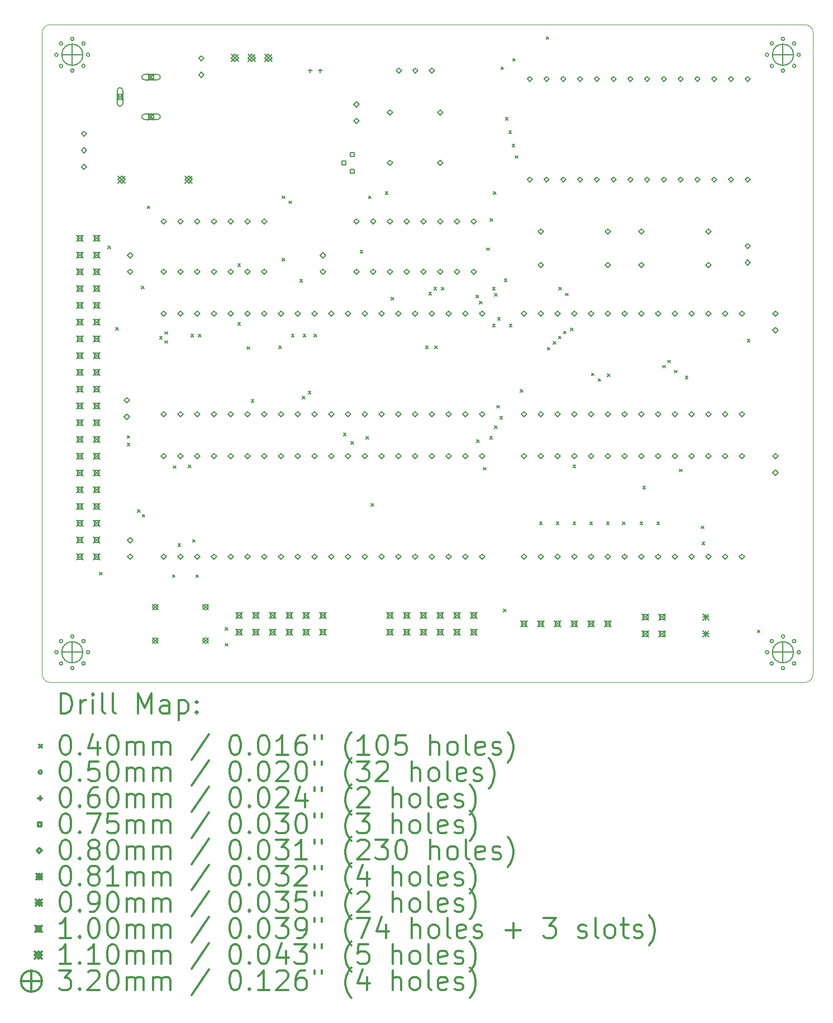
<source format=gbr>
%FSLAX45Y45*%
G04 Gerber Fmt 4.5, Leading zero omitted, Abs format (unit mm)*
G04 Created by KiCad (PCBNEW 5.1.9+dfsg1-1) date 2021-08-01 20:01:58*
%MOMM*%
%LPD*%
G01*
G04 APERTURE LIST*
%TA.AperFunction,Profile*%
%ADD10C,0.050000*%
%TD*%
%ADD11C,0.200000*%
%ADD12C,0.300000*%
G04 APERTURE END LIST*
D10*
X7747000Y-7175500D02*
G75*
G02*
X7874000Y-7048500I127000J0D01*
G01*
X7874000Y-17018000D02*
G75*
G02*
X7747000Y-16891000I0J127000D01*
G01*
X19431000Y-16891000D02*
G75*
G02*
X19304000Y-17018000I-127000J0D01*
G01*
X19304000Y-7048500D02*
G75*
G02*
X19431000Y-7175500I0J-127000D01*
G01*
X7747000Y-16891000D02*
X7747000Y-7175500D01*
X19304000Y-17018000D02*
X7874000Y-17018000D01*
X19431000Y-7175500D02*
X19431000Y-16891000D01*
X7874000Y-7048500D02*
X19304000Y-7048500D01*
D11*
X8616000Y-15347000D02*
X8656000Y-15387000D01*
X8656000Y-15347000D02*
X8616000Y-15387000D01*
X8746200Y-10403500D02*
X8786200Y-10443500D01*
X8786200Y-10403500D02*
X8746200Y-10443500D01*
X8859700Y-11636200D02*
X8899700Y-11676200D01*
X8899700Y-11636200D02*
X8859700Y-11676200D01*
X9035100Y-13276900D02*
X9075100Y-13316900D01*
X9075100Y-13276900D02*
X9035100Y-13316900D01*
X9035100Y-13391200D02*
X9075100Y-13431200D01*
X9075100Y-13391200D02*
X9035100Y-13431200D01*
X9193850Y-14400850D02*
X9233850Y-14440850D01*
X9233850Y-14400850D02*
X9193850Y-14440850D01*
X9249341Y-11014641D02*
X9289341Y-11054641D01*
X9289341Y-11014641D02*
X9249341Y-11054641D01*
X9263700Y-14470700D02*
X9303700Y-14510700D01*
X9303700Y-14470700D02*
X9263700Y-14510700D01*
X9339900Y-9797100D02*
X9379900Y-9837100D01*
X9379900Y-9797100D02*
X9339900Y-9837100D01*
X9527637Y-11774601D02*
X9567637Y-11814601D01*
X9567637Y-11774601D02*
X9527637Y-11814601D01*
X9605246Y-11837663D02*
X9645246Y-11877663D01*
X9645246Y-11837663D02*
X9605246Y-11877663D01*
X9606600Y-11702100D02*
X9646600Y-11742100D01*
X9646600Y-11702100D02*
X9606600Y-11742100D01*
X9720900Y-15385100D02*
X9760900Y-15425100D01*
X9760900Y-15385100D02*
X9720900Y-15425100D01*
X9733600Y-13734100D02*
X9773600Y-13774100D01*
X9773600Y-13734100D02*
X9733600Y-13774100D01*
X9806023Y-14912987D02*
X9846023Y-14952987D01*
X9846023Y-14912987D02*
X9806023Y-14952987D01*
X9962200Y-13721400D02*
X10002200Y-13761400D01*
X10002200Y-13721400D02*
X9962200Y-13761400D01*
X10000300Y-11740200D02*
X10040300Y-11780200D01*
X10040300Y-11740200D02*
X10000300Y-11780200D01*
X10025700Y-14851700D02*
X10065700Y-14891700D01*
X10065700Y-14851700D02*
X10025700Y-14891700D01*
X10076500Y-15385100D02*
X10116500Y-15425100D01*
X10116500Y-15385100D02*
X10076500Y-15425100D01*
X10114600Y-11740200D02*
X10154600Y-11780200D01*
X10154600Y-11740200D02*
X10114600Y-11780200D01*
X10521000Y-16185200D02*
X10561000Y-16225200D01*
X10561000Y-16185200D02*
X10521000Y-16225200D01*
X10521000Y-16426501D02*
X10561000Y-16466501D01*
X10561000Y-16426501D02*
X10521000Y-16466501D01*
X10711500Y-10673400D02*
X10751500Y-10713400D01*
X10751500Y-10673400D02*
X10711500Y-10713400D01*
X10711500Y-11562400D02*
X10751500Y-11602400D01*
X10751500Y-11562400D02*
X10711500Y-11602400D01*
X10851200Y-11930700D02*
X10891200Y-11970700D01*
X10891200Y-11930700D02*
X10851200Y-11970700D01*
X10914700Y-12730800D02*
X10954700Y-12770800D01*
X10954700Y-12730800D02*
X10914700Y-12770800D01*
X10914700Y-12730800D02*
X10954700Y-12770800D01*
X10954700Y-12730800D02*
X10914700Y-12770800D01*
X11333800Y-11918000D02*
X11373800Y-11958000D01*
X11373800Y-11918000D02*
X11333800Y-11958000D01*
X11384600Y-9644700D02*
X11424600Y-9684700D01*
X11424600Y-9644700D02*
X11384600Y-9684700D01*
X11384600Y-10590000D02*
X11424600Y-10630000D01*
X11424600Y-10590000D02*
X11384600Y-10630000D01*
X11486200Y-9720900D02*
X11526200Y-9760900D01*
X11526200Y-9720900D02*
X11486200Y-9760900D01*
X11524300Y-11740200D02*
X11564300Y-11780200D01*
X11564300Y-11740200D02*
X11524300Y-11780200D01*
X11651300Y-10909993D02*
X11691300Y-10949993D01*
X11691300Y-10909993D02*
X11651300Y-10949993D01*
X11689400Y-12680000D02*
X11729400Y-12720000D01*
X11729400Y-12680000D02*
X11689400Y-12720000D01*
X11702100Y-11740200D02*
X11742100Y-11780200D01*
X11742100Y-11740200D02*
X11702100Y-11780200D01*
X11778300Y-12603800D02*
X11818300Y-12643800D01*
X11818300Y-12603800D02*
X11778300Y-12643800D01*
X11867200Y-11740200D02*
X11907200Y-11780200D01*
X11907200Y-11740200D02*
X11867200Y-11780200D01*
X12311700Y-13238800D02*
X12351700Y-13278800D01*
X12351700Y-13238800D02*
X12311700Y-13278800D01*
X12426000Y-13365800D02*
X12466000Y-13405800D01*
X12466000Y-13365800D02*
X12426000Y-13405800D01*
X12565700Y-10468009D02*
X12605700Y-10508009D01*
X12605700Y-10468009D02*
X12565700Y-10508009D01*
X12654600Y-13289600D02*
X12694600Y-13329600D01*
X12694600Y-13289600D02*
X12654600Y-13329600D01*
X12692700Y-9644700D02*
X12732700Y-9684700D01*
X12732700Y-9644700D02*
X12692700Y-9684700D01*
X12730800Y-14305600D02*
X12770800Y-14345600D01*
X12770800Y-14305600D02*
X12730800Y-14345600D01*
X12946700Y-9581200D02*
X12986700Y-9621200D01*
X12986700Y-9581200D02*
X12946700Y-9621200D01*
X13035600Y-11181400D02*
X13075600Y-11221400D01*
X13075600Y-11181400D02*
X13035600Y-11221400D01*
X13556300Y-11918000D02*
X13596300Y-11958000D01*
X13596300Y-11918000D02*
X13556300Y-11958000D01*
X13607100Y-11105200D02*
X13647100Y-11145200D01*
X13647100Y-11105200D02*
X13607100Y-11145200D01*
X13683300Y-11029000D02*
X13723300Y-11069000D01*
X13723300Y-11029000D02*
X13683300Y-11069000D01*
X13696000Y-11918000D02*
X13736000Y-11958000D01*
X13736000Y-11918000D02*
X13696000Y-11958000D01*
X13797600Y-11029000D02*
X13837600Y-11069000D01*
X13837600Y-11029000D02*
X13797600Y-11069000D01*
X14325115Y-11150115D02*
X14365115Y-11190115D01*
X14365115Y-11150115D02*
X14325115Y-11190115D01*
X14331000Y-13340400D02*
X14371000Y-13380400D01*
X14371000Y-13340400D02*
X14331000Y-13380400D01*
X14372346Y-11238259D02*
X14412346Y-11278259D01*
X14412346Y-11238259D02*
X14372346Y-11278259D01*
X14432600Y-13759500D02*
X14472600Y-13799500D01*
X14472600Y-13759500D02*
X14432600Y-13799500D01*
X14483400Y-10432100D02*
X14523400Y-10472100D01*
X14523400Y-10432100D02*
X14483400Y-10472100D01*
X14531334Y-13289600D02*
X14571334Y-13329600D01*
X14571334Y-13289600D02*
X14531334Y-13329600D01*
X14534200Y-9987600D02*
X14574200Y-10027600D01*
X14574200Y-9987600D02*
X14534200Y-10027600D01*
X14572300Y-11029000D02*
X14612300Y-11069000D01*
X14612300Y-11029000D02*
X14572300Y-11069000D01*
X14572300Y-11587800D02*
X14612300Y-11627800D01*
X14612300Y-11587800D02*
X14572300Y-11627800D01*
X14585000Y-9581200D02*
X14625000Y-9621200D01*
X14625000Y-9581200D02*
X14585000Y-9621200D01*
X14603834Y-13130135D02*
X14643834Y-13170135D01*
X14643834Y-13130135D02*
X14603834Y-13170135D01*
X14604515Y-11123785D02*
X14644515Y-11163785D01*
X14644515Y-11123785D02*
X14604515Y-11163785D01*
X14638398Y-12819700D02*
X14678398Y-12859700D01*
X14678398Y-12819700D02*
X14638398Y-12859700D01*
X14648500Y-11486200D02*
X14688500Y-11526200D01*
X14688500Y-11486200D02*
X14648500Y-11526200D01*
X14683399Y-12984800D02*
X14723399Y-13024800D01*
X14723399Y-12984800D02*
X14683399Y-13024800D01*
X14699300Y-7688900D02*
X14739300Y-7728900D01*
X14739300Y-7688900D02*
X14699300Y-7728900D01*
X14737400Y-15905800D02*
X14777400Y-15945800D01*
X14777400Y-15905800D02*
X14737400Y-15945800D01*
X14750100Y-10902000D02*
X14790100Y-10942000D01*
X14790100Y-10902000D02*
X14750100Y-10942000D01*
X14769150Y-8457250D02*
X14809150Y-8497250D01*
X14809150Y-8457250D02*
X14769150Y-8497250D01*
X14819950Y-8660450D02*
X14859950Y-8700450D01*
X14859950Y-8660450D02*
X14819950Y-8700450D01*
X14826300Y-11587800D02*
X14866300Y-11627800D01*
X14866300Y-11587800D02*
X14826300Y-11627800D01*
X14870750Y-8863650D02*
X14910750Y-8903650D01*
X14910750Y-8863650D02*
X14870750Y-8903650D01*
X14877100Y-7561900D02*
X14917100Y-7601900D01*
X14917100Y-7561900D02*
X14877100Y-7601900D01*
X14915200Y-9035100D02*
X14955200Y-9075100D01*
X14955200Y-9035100D02*
X14915200Y-9075100D01*
X14991400Y-12578400D02*
X15031400Y-12618400D01*
X15031400Y-12578400D02*
X14991400Y-12618400D01*
X15283500Y-14585000D02*
X15323500Y-14625000D01*
X15323500Y-14585000D02*
X15283500Y-14625000D01*
X15385100Y-7231700D02*
X15425100Y-7271700D01*
X15425100Y-7231700D02*
X15385100Y-7271700D01*
X15403886Y-11938386D02*
X15443886Y-11978386D01*
X15443886Y-11938386D02*
X15403886Y-11978386D01*
X15490139Y-11852134D02*
X15530139Y-11892134D01*
X15530139Y-11852134D02*
X15490139Y-11892134D01*
X15537500Y-14585000D02*
X15577500Y-14625000D01*
X15577500Y-14585000D02*
X15537500Y-14625000D01*
X15571636Y-11770636D02*
X15611636Y-11810636D01*
X15611636Y-11770636D02*
X15571636Y-11810636D01*
X15575600Y-11029000D02*
X15615600Y-11069000D01*
X15615600Y-11029000D02*
X15575600Y-11069000D01*
X15649283Y-11692990D02*
X15689283Y-11732990D01*
X15689283Y-11692990D02*
X15649283Y-11732990D01*
X15677200Y-11117900D02*
X15717200Y-11157900D01*
X15717200Y-11117900D02*
X15677200Y-11157900D01*
X15753400Y-11647600D02*
X15793400Y-11687600D01*
X15793400Y-11647600D02*
X15753400Y-11687600D01*
X15791500Y-13720469D02*
X15831500Y-13760469D01*
X15831500Y-13720469D02*
X15791500Y-13760469D01*
X15791500Y-14585000D02*
X15831500Y-14625000D01*
X15831500Y-14585000D02*
X15791500Y-14625000D01*
X16045500Y-14585000D02*
X16085500Y-14625000D01*
X16085500Y-14585000D02*
X16045500Y-14625000D01*
X16070900Y-12328099D02*
X16110900Y-12368099D01*
X16110900Y-12328099D02*
X16070900Y-12368099D01*
X16172500Y-12413299D02*
X16212500Y-12453299D01*
X16212500Y-12413299D02*
X16172500Y-12453299D01*
X16299500Y-14585000D02*
X16339500Y-14625000D01*
X16339500Y-14585000D02*
X16299500Y-14625000D01*
X16312339Y-12338933D02*
X16352339Y-12378933D01*
X16352339Y-12338933D02*
X16312339Y-12378933D01*
X16540800Y-14585000D02*
X16580800Y-14625000D01*
X16580800Y-14585000D02*
X16540800Y-14625000D01*
X16807500Y-14585000D02*
X16847500Y-14625000D01*
X16847500Y-14585000D02*
X16807500Y-14625000D01*
X16851950Y-14045250D02*
X16891950Y-14085250D01*
X16891950Y-14045250D02*
X16851950Y-14085250D01*
X17061500Y-14585000D02*
X17101500Y-14625000D01*
X17101500Y-14585000D02*
X17061500Y-14625000D01*
X17150400Y-12210100D02*
X17190400Y-12250100D01*
X17190400Y-12210100D02*
X17150400Y-12250100D01*
X17226600Y-12133900D02*
X17266600Y-12173900D01*
X17266600Y-12133900D02*
X17226600Y-12173900D01*
X17328665Y-12285835D02*
X17368665Y-12325835D01*
X17368665Y-12285835D02*
X17328665Y-12325835D01*
X17404400Y-13784900D02*
X17444400Y-13824900D01*
X17444400Y-13784900D02*
X17404400Y-13824900D01*
X17493300Y-12375200D02*
X17533300Y-12415200D01*
X17533300Y-12375200D02*
X17493300Y-12415200D01*
X17735065Y-14648035D02*
X17775065Y-14688035D01*
X17775065Y-14648035D02*
X17735065Y-14688035D01*
X17747300Y-14889800D02*
X17787300Y-14929800D01*
X17787300Y-14889800D02*
X17747300Y-14929800D01*
X18433100Y-11816400D02*
X18473100Y-11856400D01*
X18473100Y-11816400D02*
X18433100Y-11856400D01*
X18585500Y-16223300D02*
X18625500Y-16263300D01*
X18625500Y-16223300D02*
X18585500Y-16263300D01*
X7989200Y-7505700D02*
G75*
G03*
X7989200Y-7505700I-25000J0D01*
G01*
X7989200Y-16560800D02*
G75*
G03*
X7989200Y-16560800I-25000J0D01*
G01*
X8059494Y-7335994D02*
G75*
G03*
X8059494Y-7335994I-25000J0D01*
G01*
X8059494Y-7675406D02*
G75*
G03*
X8059494Y-7675406I-25000J0D01*
G01*
X8059494Y-16391094D02*
G75*
G03*
X8059494Y-16391094I-25000J0D01*
G01*
X8059494Y-16730506D02*
G75*
G03*
X8059494Y-16730506I-25000J0D01*
G01*
X8229200Y-7265700D02*
G75*
G03*
X8229200Y-7265700I-25000J0D01*
G01*
X8229200Y-7745700D02*
G75*
G03*
X8229200Y-7745700I-25000J0D01*
G01*
X8229200Y-16320800D02*
G75*
G03*
X8229200Y-16320800I-25000J0D01*
G01*
X8229200Y-16800800D02*
G75*
G03*
X8229200Y-16800800I-25000J0D01*
G01*
X8398906Y-7335994D02*
G75*
G03*
X8398906Y-7335994I-25000J0D01*
G01*
X8398906Y-7675406D02*
G75*
G03*
X8398906Y-7675406I-25000J0D01*
G01*
X8398906Y-16391094D02*
G75*
G03*
X8398906Y-16391094I-25000J0D01*
G01*
X8398906Y-16730506D02*
G75*
G03*
X8398906Y-16730506I-25000J0D01*
G01*
X8469200Y-7505700D02*
G75*
G03*
X8469200Y-7505700I-25000J0D01*
G01*
X8469200Y-16560800D02*
G75*
G03*
X8469200Y-16560800I-25000J0D01*
G01*
X18758800Y-7505700D02*
G75*
G03*
X18758800Y-7505700I-25000J0D01*
G01*
X18758800Y-16560800D02*
G75*
G03*
X18758800Y-16560800I-25000J0D01*
G01*
X18829094Y-7335994D02*
G75*
G03*
X18829094Y-7335994I-25000J0D01*
G01*
X18829094Y-7675406D02*
G75*
G03*
X18829094Y-7675406I-25000J0D01*
G01*
X18829094Y-16391094D02*
G75*
G03*
X18829094Y-16391094I-25000J0D01*
G01*
X18829094Y-16730506D02*
G75*
G03*
X18829094Y-16730506I-25000J0D01*
G01*
X18998800Y-7265700D02*
G75*
G03*
X18998800Y-7265700I-25000J0D01*
G01*
X18998800Y-7745700D02*
G75*
G03*
X18998800Y-7745700I-25000J0D01*
G01*
X18998800Y-16320800D02*
G75*
G03*
X18998800Y-16320800I-25000J0D01*
G01*
X18998800Y-16800800D02*
G75*
G03*
X18998800Y-16800800I-25000J0D01*
G01*
X19168506Y-7335994D02*
G75*
G03*
X19168506Y-7335994I-25000J0D01*
G01*
X19168506Y-7675406D02*
G75*
G03*
X19168506Y-7675406I-25000J0D01*
G01*
X19168506Y-16391094D02*
G75*
G03*
X19168506Y-16391094I-25000J0D01*
G01*
X19168506Y-16730506D02*
G75*
G03*
X19168506Y-16730506I-25000J0D01*
G01*
X19238800Y-7505700D02*
G75*
G03*
X19238800Y-7505700I-25000J0D01*
G01*
X19238800Y-16560800D02*
G75*
G03*
X19238800Y-16560800I-25000J0D01*
G01*
X11811000Y-7717000D02*
X11811000Y-7777000D01*
X11781000Y-7747000D02*
X11841000Y-7747000D01*
X11961000Y-7717000D02*
X11961000Y-7777000D01*
X11931000Y-7747000D02*
X11991000Y-7747000D01*
X12345517Y-9170517D02*
X12345517Y-9117483D01*
X12292483Y-9117483D01*
X12292483Y-9170517D01*
X12345517Y-9170517D01*
X12472517Y-9043517D02*
X12472517Y-8990483D01*
X12419483Y-8990483D01*
X12419483Y-9043517D01*
X12472517Y-9043517D01*
X12472517Y-9297517D02*
X12472517Y-9244483D01*
X12419483Y-9244483D01*
X12419483Y-9297517D01*
X12472517Y-9297517D01*
X8382000Y-8743500D02*
X8422000Y-8703500D01*
X8382000Y-8663500D01*
X8342000Y-8703500D01*
X8382000Y-8743500D01*
X8382000Y-8993500D02*
X8422000Y-8953500D01*
X8382000Y-8913500D01*
X8342000Y-8953500D01*
X8382000Y-8993500D01*
X8382000Y-9243500D02*
X8422000Y-9203500D01*
X8382000Y-9163500D01*
X8342000Y-9203500D01*
X8382000Y-9243500D01*
X9029700Y-12782100D02*
X9069700Y-12742100D01*
X9029700Y-12702100D01*
X8989700Y-12742100D01*
X9029700Y-12782100D01*
X9029700Y-13032100D02*
X9069700Y-12992100D01*
X9029700Y-12952100D01*
X8989700Y-12992100D01*
X9029700Y-13032100D01*
X9080500Y-10585000D02*
X9120500Y-10545000D01*
X9080500Y-10505000D01*
X9040500Y-10545000D01*
X9080500Y-10585000D01*
X9080500Y-10835000D02*
X9120500Y-10795000D01*
X9080500Y-10755000D01*
X9040500Y-10795000D01*
X9080500Y-10835000D01*
X9080500Y-14903000D02*
X9120500Y-14863000D01*
X9080500Y-14823000D01*
X9040500Y-14863000D01*
X9080500Y-14903000D01*
X9080500Y-15153000D02*
X9120500Y-15113000D01*
X9080500Y-15073000D01*
X9040500Y-15113000D01*
X9080500Y-15153000D01*
X9588500Y-10073000D02*
X9628500Y-10033000D01*
X9588500Y-9993000D01*
X9548500Y-10033000D01*
X9588500Y-10073000D01*
X9588500Y-10835000D02*
X9628500Y-10795000D01*
X9588500Y-10755000D01*
X9548500Y-10795000D01*
X9588500Y-10835000D01*
X9588500Y-11470000D02*
X9628500Y-11430000D01*
X9588500Y-11390000D01*
X9548500Y-11430000D01*
X9588500Y-11470000D01*
X9588500Y-12994000D02*
X9628500Y-12954000D01*
X9588500Y-12914000D01*
X9548500Y-12954000D01*
X9588500Y-12994000D01*
X9588500Y-13629000D02*
X9628500Y-13589000D01*
X9588500Y-13549000D01*
X9548500Y-13589000D01*
X9588500Y-13629000D01*
X9588500Y-15153000D02*
X9628500Y-15113000D01*
X9588500Y-15073000D01*
X9548500Y-15113000D01*
X9588500Y-15153000D01*
X9842500Y-10073000D02*
X9882500Y-10033000D01*
X9842500Y-9993000D01*
X9802500Y-10033000D01*
X9842500Y-10073000D01*
X9842500Y-10835000D02*
X9882500Y-10795000D01*
X9842500Y-10755000D01*
X9802500Y-10795000D01*
X9842500Y-10835000D01*
X9842500Y-11470000D02*
X9882500Y-11430000D01*
X9842500Y-11390000D01*
X9802500Y-11430000D01*
X9842500Y-11470000D01*
X9842500Y-12994000D02*
X9882500Y-12954000D01*
X9842500Y-12914000D01*
X9802500Y-12954000D01*
X9842500Y-12994000D01*
X9842500Y-13629000D02*
X9882500Y-13589000D01*
X9842500Y-13549000D01*
X9802500Y-13589000D01*
X9842500Y-13629000D01*
X9842500Y-15153000D02*
X9882500Y-15113000D01*
X9842500Y-15073000D01*
X9802500Y-15113000D01*
X9842500Y-15153000D01*
X10096500Y-10073000D02*
X10136500Y-10033000D01*
X10096500Y-9993000D01*
X10056500Y-10033000D01*
X10096500Y-10073000D01*
X10096500Y-10835000D02*
X10136500Y-10795000D01*
X10096500Y-10755000D01*
X10056500Y-10795000D01*
X10096500Y-10835000D01*
X10096500Y-11470000D02*
X10136500Y-11430000D01*
X10096500Y-11390000D01*
X10056500Y-11430000D01*
X10096500Y-11470000D01*
X10096500Y-12994000D02*
X10136500Y-12954000D01*
X10096500Y-12914000D01*
X10056500Y-12954000D01*
X10096500Y-12994000D01*
X10096500Y-13629000D02*
X10136500Y-13589000D01*
X10096500Y-13549000D01*
X10056500Y-13589000D01*
X10096500Y-13629000D01*
X10096500Y-15153000D02*
X10136500Y-15113000D01*
X10096500Y-15073000D01*
X10056500Y-15113000D01*
X10096500Y-15153000D01*
X10160000Y-7600500D02*
X10200000Y-7560500D01*
X10160000Y-7520500D01*
X10120000Y-7560500D01*
X10160000Y-7600500D01*
X10160000Y-7850500D02*
X10200000Y-7810500D01*
X10160000Y-7770500D01*
X10120000Y-7810500D01*
X10160000Y-7850500D01*
X10350500Y-10073000D02*
X10390500Y-10033000D01*
X10350500Y-9993000D01*
X10310500Y-10033000D01*
X10350500Y-10073000D01*
X10350500Y-10835000D02*
X10390500Y-10795000D01*
X10350500Y-10755000D01*
X10310500Y-10795000D01*
X10350500Y-10835000D01*
X10350500Y-11470000D02*
X10390500Y-11430000D01*
X10350500Y-11390000D01*
X10310500Y-11430000D01*
X10350500Y-11470000D01*
X10350500Y-12994000D02*
X10390500Y-12954000D01*
X10350500Y-12914000D01*
X10310500Y-12954000D01*
X10350500Y-12994000D01*
X10350500Y-13629000D02*
X10390500Y-13589000D01*
X10350500Y-13549000D01*
X10310500Y-13589000D01*
X10350500Y-13629000D01*
X10350500Y-15153000D02*
X10390500Y-15113000D01*
X10350500Y-15073000D01*
X10310500Y-15113000D01*
X10350500Y-15153000D01*
X10604500Y-10073000D02*
X10644500Y-10033000D01*
X10604500Y-9993000D01*
X10564500Y-10033000D01*
X10604500Y-10073000D01*
X10604500Y-10835000D02*
X10644500Y-10795000D01*
X10604500Y-10755000D01*
X10564500Y-10795000D01*
X10604500Y-10835000D01*
X10604500Y-11470000D02*
X10644500Y-11430000D01*
X10604500Y-11390000D01*
X10564500Y-11430000D01*
X10604500Y-11470000D01*
X10604500Y-12994000D02*
X10644500Y-12954000D01*
X10604500Y-12914000D01*
X10564500Y-12954000D01*
X10604500Y-12994000D01*
X10604500Y-13629000D02*
X10644500Y-13589000D01*
X10604500Y-13549000D01*
X10564500Y-13589000D01*
X10604500Y-13629000D01*
X10604500Y-15153000D02*
X10644500Y-15113000D01*
X10604500Y-15073000D01*
X10564500Y-15113000D01*
X10604500Y-15153000D01*
X10858500Y-10073000D02*
X10898500Y-10033000D01*
X10858500Y-9993000D01*
X10818500Y-10033000D01*
X10858500Y-10073000D01*
X10858500Y-10835000D02*
X10898500Y-10795000D01*
X10858500Y-10755000D01*
X10818500Y-10795000D01*
X10858500Y-10835000D01*
X10858500Y-11470000D02*
X10898500Y-11430000D01*
X10858500Y-11390000D01*
X10818500Y-11430000D01*
X10858500Y-11470000D01*
X10858500Y-12994000D02*
X10898500Y-12954000D01*
X10858500Y-12914000D01*
X10818500Y-12954000D01*
X10858500Y-12994000D01*
X10858500Y-13629000D02*
X10898500Y-13589000D01*
X10858500Y-13549000D01*
X10818500Y-13589000D01*
X10858500Y-13629000D01*
X10858500Y-15153000D02*
X10898500Y-15113000D01*
X10858500Y-15073000D01*
X10818500Y-15113000D01*
X10858500Y-15153000D01*
X11112500Y-10073000D02*
X11152500Y-10033000D01*
X11112500Y-9993000D01*
X11072500Y-10033000D01*
X11112500Y-10073000D01*
X11112500Y-10835000D02*
X11152500Y-10795000D01*
X11112500Y-10755000D01*
X11072500Y-10795000D01*
X11112500Y-10835000D01*
X11112500Y-11470000D02*
X11152500Y-11430000D01*
X11112500Y-11390000D01*
X11072500Y-11430000D01*
X11112500Y-11470000D01*
X11112500Y-12994000D02*
X11152500Y-12954000D01*
X11112500Y-12914000D01*
X11072500Y-12954000D01*
X11112500Y-12994000D01*
X11112500Y-13629000D02*
X11152500Y-13589000D01*
X11112500Y-13549000D01*
X11072500Y-13589000D01*
X11112500Y-13629000D01*
X11112500Y-15153000D02*
X11152500Y-15113000D01*
X11112500Y-15073000D01*
X11072500Y-15113000D01*
X11112500Y-15153000D01*
X11366500Y-11470000D02*
X11406500Y-11430000D01*
X11366500Y-11390000D01*
X11326500Y-11430000D01*
X11366500Y-11470000D01*
X11366500Y-12994000D02*
X11406500Y-12954000D01*
X11366500Y-12914000D01*
X11326500Y-12954000D01*
X11366500Y-12994000D01*
X11366500Y-13629000D02*
X11406500Y-13589000D01*
X11366500Y-13549000D01*
X11326500Y-13589000D01*
X11366500Y-13629000D01*
X11366500Y-15153000D02*
X11406500Y-15113000D01*
X11366500Y-15073000D01*
X11326500Y-15113000D01*
X11366500Y-15153000D01*
X11620500Y-11470000D02*
X11660500Y-11430000D01*
X11620500Y-11390000D01*
X11580500Y-11430000D01*
X11620500Y-11470000D01*
X11620500Y-12994000D02*
X11660500Y-12954000D01*
X11620500Y-12914000D01*
X11580500Y-12954000D01*
X11620500Y-12994000D01*
X11620500Y-13629000D02*
X11660500Y-13589000D01*
X11620500Y-13549000D01*
X11580500Y-13589000D01*
X11620500Y-13629000D01*
X11620500Y-15153000D02*
X11660500Y-15113000D01*
X11620500Y-15073000D01*
X11580500Y-15113000D01*
X11620500Y-15153000D01*
X11874500Y-11470000D02*
X11914500Y-11430000D01*
X11874500Y-11390000D01*
X11834500Y-11430000D01*
X11874500Y-11470000D01*
X11874500Y-12994000D02*
X11914500Y-12954000D01*
X11874500Y-12914000D01*
X11834500Y-12954000D01*
X11874500Y-12994000D01*
X11874500Y-13629000D02*
X11914500Y-13589000D01*
X11874500Y-13549000D01*
X11834500Y-13589000D01*
X11874500Y-13629000D01*
X11874500Y-15153000D02*
X11914500Y-15113000D01*
X11874500Y-15073000D01*
X11834500Y-15113000D01*
X11874500Y-15153000D01*
X12001500Y-10585000D02*
X12041500Y-10545000D01*
X12001500Y-10505000D01*
X11961500Y-10545000D01*
X12001500Y-10585000D01*
X12001500Y-10835000D02*
X12041500Y-10795000D01*
X12001500Y-10755000D01*
X11961500Y-10795000D01*
X12001500Y-10835000D01*
X12128500Y-11470000D02*
X12168500Y-11430000D01*
X12128500Y-11390000D01*
X12088500Y-11430000D01*
X12128500Y-11470000D01*
X12128500Y-12994000D02*
X12168500Y-12954000D01*
X12128500Y-12914000D01*
X12088500Y-12954000D01*
X12128500Y-12994000D01*
X12128500Y-13629000D02*
X12168500Y-13589000D01*
X12128500Y-13549000D01*
X12088500Y-13589000D01*
X12128500Y-13629000D01*
X12128500Y-15153000D02*
X12168500Y-15113000D01*
X12128500Y-15073000D01*
X12088500Y-15113000D01*
X12128500Y-15153000D01*
X12382500Y-11470000D02*
X12422500Y-11430000D01*
X12382500Y-11390000D01*
X12342500Y-11430000D01*
X12382500Y-11470000D01*
X12382500Y-12994000D02*
X12422500Y-12954000D01*
X12382500Y-12914000D01*
X12342500Y-12954000D01*
X12382500Y-12994000D01*
X12382500Y-13629000D02*
X12422500Y-13589000D01*
X12382500Y-13549000D01*
X12342500Y-13589000D01*
X12382500Y-13629000D01*
X12382500Y-15153000D02*
X12422500Y-15113000D01*
X12382500Y-15073000D01*
X12342500Y-15113000D01*
X12382500Y-15153000D01*
X12509500Y-8299000D02*
X12549500Y-8259000D01*
X12509500Y-8219000D01*
X12469500Y-8259000D01*
X12509500Y-8299000D01*
X12509500Y-8549000D02*
X12549500Y-8509000D01*
X12509500Y-8469000D01*
X12469500Y-8509000D01*
X12509500Y-8549000D01*
X12509500Y-10073000D02*
X12549500Y-10033000D01*
X12509500Y-9993000D01*
X12469500Y-10033000D01*
X12509500Y-10073000D01*
X12509500Y-10835000D02*
X12549500Y-10795000D01*
X12509500Y-10755000D01*
X12469500Y-10795000D01*
X12509500Y-10835000D01*
X12636500Y-11470000D02*
X12676500Y-11430000D01*
X12636500Y-11390000D01*
X12596500Y-11430000D01*
X12636500Y-11470000D01*
X12636500Y-12994000D02*
X12676500Y-12954000D01*
X12636500Y-12914000D01*
X12596500Y-12954000D01*
X12636500Y-12994000D01*
X12636500Y-13629000D02*
X12676500Y-13589000D01*
X12636500Y-13549000D01*
X12596500Y-13589000D01*
X12636500Y-13629000D01*
X12636500Y-15153000D02*
X12676500Y-15113000D01*
X12636500Y-15073000D01*
X12596500Y-15113000D01*
X12636500Y-15153000D01*
X12763500Y-10073000D02*
X12803500Y-10033000D01*
X12763500Y-9993000D01*
X12723500Y-10033000D01*
X12763500Y-10073000D01*
X12763500Y-10835000D02*
X12803500Y-10795000D01*
X12763500Y-10755000D01*
X12723500Y-10795000D01*
X12763500Y-10835000D01*
X12890500Y-11470000D02*
X12930500Y-11430000D01*
X12890500Y-11390000D01*
X12850500Y-11430000D01*
X12890500Y-11470000D01*
X12890500Y-12994000D02*
X12930500Y-12954000D01*
X12890500Y-12914000D01*
X12850500Y-12954000D01*
X12890500Y-12994000D01*
X12890500Y-13629000D02*
X12930500Y-13589000D01*
X12890500Y-13549000D01*
X12850500Y-13589000D01*
X12890500Y-13629000D01*
X12890500Y-15153000D02*
X12930500Y-15113000D01*
X12890500Y-15073000D01*
X12850500Y-15113000D01*
X12890500Y-15153000D01*
X13017500Y-8422000D02*
X13057500Y-8382000D01*
X13017500Y-8342000D01*
X12977500Y-8382000D01*
X13017500Y-8422000D01*
X13017500Y-9184000D02*
X13057500Y-9144000D01*
X13017500Y-9104000D01*
X12977500Y-9144000D01*
X13017500Y-9184000D01*
X13017500Y-10073000D02*
X13057500Y-10033000D01*
X13017500Y-9993000D01*
X12977500Y-10033000D01*
X13017500Y-10073000D01*
X13017500Y-10835000D02*
X13057500Y-10795000D01*
X13017500Y-10755000D01*
X12977500Y-10795000D01*
X13017500Y-10835000D01*
X13144500Y-11470000D02*
X13184500Y-11430000D01*
X13144500Y-11390000D01*
X13104500Y-11430000D01*
X13144500Y-11470000D01*
X13144500Y-12994000D02*
X13184500Y-12954000D01*
X13144500Y-12914000D01*
X13104500Y-12954000D01*
X13144500Y-12994000D01*
X13144500Y-13629000D02*
X13184500Y-13589000D01*
X13144500Y-13549000D01*
X13104500Y-13589000D01*
X13144500Y-13629000D01*
X13144500Y-15153000D02*
X13184500Y-15113000D01*
X13144500Y-15073000D01*
X13104500Y-15113000D01*
X13144500Y-15153000D01*
X13152500Y-7787000D02*
X13192500Y-7747000D01*
X13152500Y-7707000D01*
X13112500Y-7747000D01*
X13152500Y-7787000D01*
X13271500Y-10073000D02*
X13311500Y-10033000D01*
X13271500Y-9993000D01*
X13231500Y-10033000D01*
X13271500Y-10073000D01*
X13271500Y-10835000D02*
X13311500Y-10795000D01*
X13271500Y-10755000D01*
X13231500Y-10795000D01*
X13271500Y-10835000D01*
X13398500Y-11470000D02*
X13438500Y-11430000D01*
X13398500Y-11390000D01*
X13358500Y-11430000D01*
X13398500Y-11470000D01*
X13398500Y-12994000D02*
X13438500Y-12954000D01*
X13398500Y-12914000D01*
X13358500Y-12954000D01*
X13398500Y-12994000D01*
X13398500Y-13629000D02*
X13438500Y-13589000D01*
X13398500Y-13549000D01*
X13358500Y-13589000D01*
X13398500Y-13629000D01*
X13398500Y-15153000D02*
X13438500Y-15113000D01*
X13398500Y-15073000D01*
X13358500Y-15113000D01*
X13398500Y-15153000D01*
X13402500Y-7787000D02*
X13442500Y-7747000D01*
X13402500Y-7707000D01*
X13362500Y-7747000D01*
X13402500Y-7787000D01*
X13525500Y-10073000D02*
X13565500Y-10033000D01*
X13525500Y-9993000D01*
X13485500Y-10033000D01*
X13525500Y-10073000D01*
X13525500Y-10835000D02*
X13565500Y-10795000D01*
X13525500Y-10755000D01*
X13485500Y-10795000D01*
X13525500Y-10835000D01*
X13652500Y-7787000D02*
X13692500Y-7747000D01*
X13652500Y-7707000D01*
X13612500Y-7747000D01*
X13652500Y-7787000D01*
X13652500Y-11470000D02*
X13692500Y-11430000D01*
X13652500Y-11390000D01*
X13612500Y-11430000D01*
X13652500Y-11470000D01*
X13652500Y-12994000D02*
X13692500Y-12954000D01*
X13652500Y-12914000D01*
X13612500Y-12954000D01*
X13652500Y-12994000D01*
X13652500Y-13629000D02*
X13692500Y-13589000D01*
X13652500Y-13549000D01*
X13612500Y-13589000D01*
X13652500Y-13629000D01*
X13652500Y-15153000D02*
X13692500Y-15113000D01*
X13652500Y-15073000D01*
X13612500Y-15113000D01*
X13652500Y-15153000D01*
X13779500Y-8422000D02*
X13819500Y-8382000D01*
X13779500Y-8342000D01*
X13739500Y-8382000D01*
X13779500Y-8422000D01*
X13779500Y-9184000D02*
X13819500Y-9144000D01*
X13779500Y-9104000D01*
X13739500Y-9144000D01*
X13779500Y-9184000D01*
X13779500Y-10073000D02*
X13819500Y-10033000D01*
X13779500Y-9993000D01*
X13739500Y-10033000D01*
X13779500Y-10073000D01*
X13779500Y-10835000D02*
X13819500Y-10795000D01*
X13779500Y-10755000D01*
X13739500Y-10795000D01*
X13779500Y-10835000D01*
X13906500Y-11470000D02*
X13946500Y-11430000D01*
X13906500Y-11390000D01*
X13866500Y-11430000D01*
X13906500Y-11470000D01*
X13906500Y-12994000D02*
X13946500Y-12954000D01*
X13906500Y-12914000D01*
X13866500Y-12954000D01*
X13906500Y-12994000D01*
X13906500Y-13629000D02*
X13946500Y-13589000D01*
X13906500Y-13549000D01*
X13866500Y-13589000D01*
X13906500Y-13629000D01*
X13906500Y-15153000D02*
X13946500Y-15113000D01*
X13906500Y-15073000D01*
X13866500Y-15113000D01*
X13906500Y-15153000D01*
X14033500Y-10073000D02*
X14073500Y-10033000D01*
X14033500Y-9993000D01*
X13993500Y-10033000D01*
X14033500Y-10073000D01*
X14033500Y-10835000D02*
X14073500Y-10795000D01*
X14033500Y-10755000D01*
X13993500Y-10795000D01*
X14033500Y-10835000D01*
X14160500Y-11470000D02*
X14200500Y-11430000D01*
X14160500Y-11390000D01*
X14120500Y-11430000D01*
X14160500Y-11470000D01*
X14160500Y-12994000D02*
X14200500Y-12954000D01*
X14160500Y-12914000D01*
X14120500Y-12954000D01*
X14160500Y-12994000D01*
X14160500Y-13629000D02*
X14200500Y-13589000D01*
X14160500Y-13549000D01*
X14120500Y-13589000D01*
X14160500Y-13629000D01*
X14160500Y-15153000D02*
X14200500Y-15113000D01*
X14160500Y-15073000D01*
X14120500Y-15113000D01*
X14160500Y-15153000D01*
X14287500Y-10073000D02*
X14327500Y-10033000D01*
X14287500Y-9993000D01*
X14247500Y-10033000D01*
X14287500Y-10073000D01*
X14287500Y-10835000D02*
X14327500Y-10795000D01*
X14287500Y-10755000D01*
X14247500Y-10795000D01*
X14287500Y-10835000D01*
X14414500Y-11470000D02*
X14454500Y-11430000D01*
X14414500Y-11390000D01*
X14374500Y-11430000D01*
X14414500Y-11470000D01*
X14414500Y-12994000D02*
X14454500Y-12954000D01*
X14414500Y-12914000D01*
X14374500Y-12954000D01*
X14414500Y-12994000D01*
X14414500Y-13629000D02*
X14454500Y-13589000D01*
X14414500Y-13549000D01*
X14374500Y-13589000D01*
X14414500Y-13629000D01*
X14414500Y-15153000D02*
X14454500Y-15113000D01*
X14414500Y-15073000D01*
X14374500Y-15113000D01*
X14414500Y-15153000D01*
X15049500Y-11470000D02*
X15089500Y-11430000D01*
X15049500Y-11390000D01*
X15009500Y-11430000D01*
X15049500Y-11470000D01*
X15049500Y-12994000D02*
X15089500Y-12954000D01*
X15049500Y-12914000D01*
X15009500Y-12954000D01*
X15049500Y-12994000D01*
X15049500Y-13629000D02*
X15089500Y-13589000D01*
X15049500Y-13549000D01*
X15009500Y-13589000D01*
X15049500Y-13629000D01*
X15049500Y-15153000D02*
X15089500Y-15113000D01*
X15049500Y-15073000D01*
X15009500Y-15113000D01*
X15049500Y-15153000D01*
X15138400Y-7914000D02*
X15178400Y-7874000D01*
X15138400Y-7834000D01*
X15098400Y-7874000D01*
X15138400Y-7914000D01*
X15138400Y-9438000D02*
X15178400Y-9398000D01*
X15138400Y-9358000D01*
X15098400Y-9398000D01*
X15138400Y-9438000D01*
X15303500Y-10225400D02*
X15343500Y-10185400D01*
X15303500Y-10145400D01*
X15263500Y-10185400D01*
X15303500Y-10225400D01*
X15303500Y-10733400D02*
X15343500Y-10693400D01*
X15303500Y-10653400D01*
X15263500Y-10693400D01*
X15303500Y-10733400D01*
X15303500Y-11470000D02*
X15343500Y-11430000D01*
X15303500Y-11390000D01*
X15263500Y-11430000D01*
X15303500Y-11470000D01*
X15303500Y-12994000D02*
X15343500Y-12954000D01*
X15303500Y-12914000D01*
X15263500Y-12954000D01*
X15303500Y-12994000D01*
X15303500Y-13629000D02*
X15343500Y-13589000D01*
X15303500Y-13549000D01*
X15263500Y-13589000D01*
X15303500Y-13629000D01*
X15303500Y-15153000D02*
X15343500Y-15113000D01*
X15303500Y-15073000D01*
X15263500Y-15113000D01*
X15303500Y-15153000D01*
X15392400Y-7914000D02*
X15432400Y-7874000D01*
X15392400Y-7834000D01*
X15352400Y-7874000D01*
X15392400Y-7914000D01*
X15392400Y-9438000D02*
X15432400Y-9398000D01*
X15392400Y-9358000D01*
X15352400Y-9398000D01*
X15392400Y-9438000D01*
X15557500Y-11470000D02*
X15597500Y-11430000D01*
X15557500Y-11390000D01*
X15517500Y-11430000D01*
X15557500Y-11470000D01*
X15557500Y-12994000D02*
X15597500Y-12954000D01*
X15557500Y-12914000D01*
X15517500Y-12954000D01*
X15557500Y-12994000D01*
X15557500Y-13629000D02*
X15597500Y-13589000D01*
X15557500Y-13549000D01*
X15517500Y-13589000D01*
X15557500Y-13629000D01*
X15557500Y-15153000D02*
X15597500Y-15113000D01*
X15557500Y-15073000D01*
X15517500Y-15113000D01*
X15557500Y-15153000D01*
X15646400Y-7914000D02*
X15686400Y-7874000D01*
X15646400Y-7834000D01*
X15606400Y-7874000D01*
X15646400Y-7914000D01*
X15646400Y-9438000D02*
X15686400Y-9398000D01*
X15646400Y-9358000D01*
X15606400Y-9398000D01*
X15646400Y-9438000D01*
X15811500Y-11470000D02*
X15851500Y-11430000D01*
X15811500Y-11390000D01*
X15771500Y-11430000D01*
X15811500Y-11470000D01*
X15811500Y-12994000D02*
X15851500Y-12954000D01*
X15811500Y-12914000D01*
X15771500Y-12954000D01*
X15811500Y-12994000D01*
X15811500Y-13629000D02*
X15851500Y-13589000D01*
X15811500Y-13549000D01*
X15771500Y-13589000D01*
X15811500Y-13629000D01*
X15811500Y-15153000D02*
X15851500Y-15113000D01*
X15811500Y-15073000D01*
X15771500Y-15113000D01*
X15811500Y-15153000D01*
X15900400Y-7914000D02*
X15940400Y-7874000D01*
X15900400Y-7834000D01*
X15860400Y-7874000D01*
X15900400Y-7914000D01*
X15900400Y-9438000D02*
X15940400Y-9398000D01*
X15900400Y-9358000D01*
X15860400Y-9398000D01*
X15900400Y-9438000D01*
X16065500Y-11470000D02*
X16105500Y-11430000D01*
X16065500Y-11390000D01*
X16025500Y-11430000D01*
X16065500Y-11470000D01*
X16065500Y-12994000D02*
X16105500Y-12954000D01*
X16065500Y-12914000D01*
X16025500Y-12954000D01*
X16065500Y-12994000D01*
X16065500Y-13629000D02*
X16105500Y-13589000D01*
X16065500Y-13549000D01*
X16025500Y-13589000D01*
X16065500Y-13629000D01*
X16065500Y-15153000D02*
X16105500Y-15113000D01*
X16065500Y-15073000D01*
X16025500Y-15113000D01*
X16065500Y-15153000D01*
X16154400Y-7914000D02*
X16194400Y-7874000D01*
X16154400Y-7834000D01*
X16114400Y-7874000D01*
X16154400Y-7914000D01*
X16154400Y-9438000D02*
X16194400Y-9398000D01*
X16154400Y-9358000D01*
X16114400Y-9398000D01*
X16154400Y-9438000D01*
X16319500Y-10225400D02*
X16359500Y-10185400D01*
X16319500Y-10145400D01*
X16279500Y-10185400D01*
X16319500Y-10225400D01*
X16319500Y-10733400D02*
X16359500Y-10693400D01*
X16319500Y-10653400D01*
X16279500Y-10693400D01*
X16319500Y-10733400D01*
X16319500Y-11470000D02*
X16359500Y-11430000D01*
X16319500Y-11390000D01*
X16279500Y-11430000D01*
X16319500Y-11470000D01*
X16319500Y-12994000D02*
X16359500Y-12954000D01*
X16319500Y-12914000D01*
X16279500Y-12954000D01*
X16319500Y-12994000D01*
X16319500Y-13629000D02*
X16359500Y-13589000D01*
X16319500Y-13549000D01*
X16279500Y-13589000D01*
X16319500Y-13629000D01*
X16319500Y-15153000D02*
X16359500Y-15113000D01*
X16319500Y-15073000D01*
X16279500Y-15113000D01*
X16319500Y-15153000D01*
X16408400Y-7914000D02*
X16448400Y-7874000D01*
X16408400Y-7834000D01*
X16368400Y-7874000D01*
X16408400Y-7914000D01*
X16408400Y-9438000D02*
X16448400Y-9398000D01*
X16408400Y-9358000D01*
X16368400Y-9398000D01*
X16408400Y-9438000D01*
X16573500Y-11470000D02*
X16613500Y-11430000D01*
X16573500Y-11390000D01*
X16533500Y-11430000D01*
X16573500Y-11470000D01*
X16573500Y-12994000D02*
X16613500Y-12954000D01*
X16573500Y-12914000D01*
X16533500Y-12954000D01*
X16573500Y-12994000D01*
X16573500Y-13629000D02*
X16613500Y-13589000D01*
X16573500Y-13549000D01*
X16533500Y-13589000D01*
X16573500Y-13629000D01*
X16573500Y-15153000D02*
X16613500Y-15113000D01*
X16573500Y-15073000D01*
X16533500Y-15113000D01*
X16573500Y-15153000D01*
X16662400Y-7914000D02*
X16702400Y-7874000D01*
X16662400Y-7834000D01*
X16622400Y-7874000D01*
X16662400Y-7914000D01*
X16662400Y-9438000D02*
X16702400Y-9398000D01*
X16662400Y-9358000D01*
X16622400Y-9398000D01*
X16662400Y-9438000D01*
X16827500Y-10225400D02*
X16867500Y-10185400D01*
X16827500Y-10145400D01*
X16787500Y-10185400D01*
X16827500Y-10225400D01*
X16827500Y-10733400D02*
X16867500Y-10693400D01*
X16827500Y-10653400D01*
X16787500Y-10693400D01*
X16827500Y-10733400D01*
X16827500Y-11470000D02*
X16867500Y-11430000D01*
X16827500Y-11390000D01*
X16787500Y-11430000D01*
X16827500Y-11470000D01*
X16827500Y-12994000D02*
X16867500Y-12954000D01*
X16827500Y-12914000D01*
X16787500Y-12954000D01*
X16827500Y-12994000D01*
X16827500Y-13629000D02*
X16867500Y-13589000D01*
X16827500Y-13549000D01*
X16787500Y-13589000D01*
X16827500Y-13629000D01*
X16827500Y-15153000D02*
X16867500Y-15113000D01*
X16827500Y-15073000D01*
X16787500Y-15113000D01*
X16827500Y-15153000D01*
X16916400Y-7914000D02*
X16956400Y-7874000D01*
X16916400Y-7834000D01*
X16876400Y-7874000D01*
X16916400Y-7914000D01*
X16916400Y-9438000D02*
X16956400Y-9398000D01*
X16916400Y-9358000D01*
X16876400Y-9398000D01*
X16916400Y-9438000D01*
X17081500Y-11470000D02*
X17121500Y-11430000D01*
X17081500Y-11390000D01*
X17041500Y-11430000D01*
X17081500Y-11470000D01*
X17081500Y-12994000D02*
X17121500Y-12954000D01*
X17081500Y-12914000D01*
X17041500Y-12954000D01*
X17081500Y-12994000D01*
X17081500Y-13629000D02*
X17121500Y-13589000D01*
X17081500Y-13549000D01*
X17041500Y-13589000D01*
X17081500Y-13629000D01*
X17081500Y-15153000D02*
X17121500Y-15113000D01*
X17081500Y-15073000D01*
X17041500Y-15113000D01*
X17081500Y-15153000D01*
X17170400Y-7914000D02*
X17210400Y-7874000D01*
X17170400Y-7834000D01*
X17130400Y-7874000D01*
X17170400Y-7914000D01*
X17170400Y-9438000D02*
X17210400Y-9398000D01*
X17170400Y-9358000D01*
X17130400Y-9398000D01*
X17170400Y-9438000D01*
X17335500Y-11470000D02*
X17375500Y-11430000D01*
X17335500Y-11390000D01*
X17295500Y-11430000D01*
X17335500Y-11470000D01*
X17335500Y-12994000D02*
X17375500Y-12954000D01*
X17335500Y-12914000D01*
X17295500Y-12954000D01*
X17335500Y-12994000D01*
X17335500Y-13629000D02*
X17375500Y-13589000D01*
X17335500Y-13549000D01*
X17295500Y-13589000D01*
X17335500Y-13629000D01*
X17335500Y-15153000D02*
X17375500Y-15113000D01*
X17335500Y-15073000D01*
X17295500Y-15113000D01*
X17335500Y-15153000D01*
X17424400Y-7914000D02*
X17464400Y-7874000D01*
X17424400Y-7834000D01*
X17384400Y-7874000D01*
X17424400Y-7914000D01*
X17424400Y-9438000D02*
X17464400Y-9398000D01*
X17424400Y-9358000D01*
X17384400Y-9398000D01*
X17424400Y-9438000D01*
X17589500Y-11470000D02*
X17629500Y-11430000D01*
X17589500Y-11390000D01*
X17549500Y-11430000D01*
X17589500Y-11470000D01*
X17589500Y-12994000D02*
X17629500Y-12954000D01*
X17589500Y-12914000D01*
X17549500Y-12954000D01*
X17589500Y-12994000D01*
X17589500Y-13629000D02*
X17629500Y-13589000D01*
X17589500Y-13549000D01*
X17549500Y-13589000D01*
X17589500Y-13629000D01*
X17589500Y-15153000D02*
X17629500Y-15113000D01*
X17589500Y-15073000D01*
X17549500Y-15113000D01*
X17589500Y-15153000D01*
X17678400Y-7914000D02*
X17718400Y-7874000D01*
X17678400Y-7834000D01*
X17638400Y-7874000D01*
X17678400Y-7914000D01*
X17678400Y-9438000D02*
X17718400Y-9398000D01*
X17678400Y-9358000D01*
X17638400Y-9398000D01*
X17678400Y-9438000D01*
X17843500Y-10225400D02*
X17883500Y-10185400D01*
X17843500Y-10145400D01*
X17803500Y-10185400D01*
X17843500Y-10225400D01*
X17843500Y-10733400D02*
X17883500Y-10693400D01*
X17843500Y-10653400D01*
X17803500Y-10693400D01*
X17843500Y-10733400D01*
X17843500Y-11470000D02*
X17883500Y-11430000D01*
X17843500Y-11390000D01*
X17803500Y-11430000D01*
X17843500Y-11470000D01*
X17843500Y-12994000D02*
X17883500Y-12954000D01*
X17843500Y-12914000D01*
X17803500Y-12954000D01*
X17843500Y-12994000D01*
X17843500Y-13629000D02*
X17883500Y-13589000D01*
X17843500Y-13549000D01*
X17803500Y-13589000D01*
X17843500Y-13629000D01*
X17843500Y-15153000D02*
X17883500Y-15113000D01*
X17843500Y-15073000D01*
X17803500Y-15113000D01*
X17843500Y-15153000D01*
X17932400Y-7914000D02*
X17972400Y-7874000D01*
X17932400Y-7834000D01*
X17892400Y-7874000D01*
X17932400Y-7914000D01*
X17932400Y-9438000D02*
X17972400Y-9398000D01*
X17932400Y-9358000D01*
X17892400Y-9398000D01*
X17932400Y-9438000D01*
X18097500Y-11470000D02*
X18137500Y-11430000D01*
X18097500Y-11390000D01*
X18057500Y-11430000D01*
X18097500Y-11470000D01*
X18097500Y-12994000D02*
X18137500Y-12954000D01*
X18097500Y-12914000D01*
X18057500Y-12954000D01*
X18097500Y-12994000D01*
X18097500Y-13629000D02*
X18137500Y-13589000D01*
X18097500Y-13549000D01*
X18057500Y-13589000D01*
X18097500Y-13629000D01*
X18097500Y-15153000D02*
X18137500Y-15113000D01*
X18097500Y-15073000D01*
X18057500Y-15113000D01*
X18097500Y-15153000D01*
X18186400Y-7914000D02*
X18226400Y-7874000D01*
X18186400Y-7834000D01*
X18146400Y-7874000D01*
X18186400Y-7914000D01*
X18186400Y-9438000D02*
X18226400Y-9398000D01*
X18186400Y-9358000D01*
X18146400Y-9398000D01*
X18186400Y-9438000D01*
X18351500Y-11470000D02*
X18391500Y-11430000D01*
X18351500Y-11390000D01*
X18311500Y-11430000D01*
X18351500Y-11470000D01*
X18351500Y-12994000D02*
X18391500Y-12954000D01*
X18351500Y-12914000D01*
X18311500Y-12954000D01*
X18351500Y-12994000D01*
X18351500Y-13629000D02*
X18391500Y-13589000D01*
X18351500Y-13549000D01*
X18311500Y-13589000D01*
X18351500Y-13629000D01*
X18351500Y-15153000D02*
X18391500Y-15113000D01*
X18351500Y-15073000D01*
X18311500Y-15113000D01*
X18351500Y-15153000D01*
X18440400Y-7914000D02*
X18480400Y-7874000D01*
X18440400Y-7834000D01*
X18400400Y-7874000D01*
X18440400Y-7914000D01*
X18440400Y-9438000D02*
X18480400Y-9398000D01*
X18440400Y-9358000D01*
X18400400Y-9398000D01*
X18440400Y-9438000D01*
X18440400Y-10445300D02*
X18480400Y-10405300D01*
X18440400Y-10365300D01*
X18400400Y-10405300D01*
X18440400Y-10445300D01*
X18440400Y-10695300D02*
X18480400Y-10655300D01*
X18440400Y-10615300D01*
X18400400Y-10655300D01*
X18440400Y-10695300D01*
X18859500Y-11470000D02*
X18899500Y-11430000D01*
X18859500Y-11390000D01*
X18819500Y-11430000D01*
X18859500Y-11470000D01*
X18859500Y-11720000D02*
X18899500Y-11680000D01*
X18859500Y-11640000D01*
X18819500Y-11680000D01*
X18859500Y-11720000D01*
X18859500Y-13629000D02*
X18899500Y-13589000D01*
X18859500Y-13549000D01*
X18819500Y-13589000D01*
X18859500Y-13629000D01*
X18859500Y-13879000D02*
X18899500Y-13839000D01*
X18859500Y-13799000D01*
X18819500Y-13839000D01*
X18859500Y-13879000D01*
X9420860Y-15834360D02*
X9502140Y-15915640D01*
X9502140Y-15834360D02*
X9420860Y-15915640D01*
X9502140Y-15875000D02*
G75*
G03*
X9502140Y-15875000I-40640J0D01*
G01*
X9420860Y-16342360D02*
X9502140Y-16423640D01*
X9502140Y-16342360D02*
X9420860Y-16423640D01*
X9502140Y-16383000D02*
G75*
G03*
X9502140Y-16383000I-40640J0D01*
G01*
X10182860Y-15834360D02*
X10264140Y-15915640D01*
X10264140Y-15834360D02*
X10182860Y-15915640D01*
X10264140Y-15875000D02*
G75*
G03*
X10264140Y-15875000I-40640J0D01*
G01*
X10182860Y-16342360D02*
X10264140Y-16423640D01*
X10264140Y-16342360D02*
X10182860Y-16423640D01*
X10264140Y-16383000D02*
G75*
G03*
X10264140Y-16383000I-40640J0D01*
G01*
X17760400Y-15982400D02*
X17850400Y-16072400D01*
X17850400Y-15982400D02*
X17760400Y-16072400D01*
X17805400Y-15982400D02*
X17805400Y-16072400D01*
X17760400Y-16027400D02*
X17850400Y-16027400D01*
X17760400Y-16236400D02*
X17850400Y-16326400D01*
X17850400Y-16236400D02*
X17760400Y-16326400D01*
X17805400Y-16236400D02*
X17805400Y-16326400D01*
X17760400Y-16281400D02*
X17850400Y-16281400D01*
X8268500Y-10237000D02*
X8368500Y-10337000D01*
X8368500Y-10237000D02*
X8268500Y-10337000D01*
X8353856Y-10322356D02*
X8353856Y-10251644D01*
X8283144Y-10251644D01*
X8283144Y-10322356D01*
X8353856Y-10322356D01*
X8268500Y-10491000D02*
X8368500Y-10591000D01*
X8368500Y-10491000D02*
X8268500Y-10591000D01*
X8353856Y-10576356D02*
X8353856Y-10505644D01*
X8283144Y-10505644D01*
X8283144Y-10576356D01*
X8353856Y-10576356D01*
X8268500Y-10745000D02*
X8368500Y-10845000D01*
X8368500Y-10745000D02*
X8268500Y-10845000D01*
X8353856Y-10830356D02*
X8353856Y-10759644D01*
X8283144Y-10759644D01*
X8283144Y-10830356D01*
X8353856Y-10830356D01*
X8268500Y-10999000D02*
X8368500Y-11099000D01*
X8368500Y-10999000D02*
X8268500Y-11099000D01*
X8353856Y-11084356D02*
X8353856Y-11013644D01*
X8283144Y-11013644D01*
X8283144Y-11084356D01*
X8353856Y-11084356D01*
X8268500Y-11253000D02*
X8368500Y-11353000D01*
X8368500Y-11253000D02*
X8268500Y-11353000D01*
X8353856Y-11338356D02*
X8353856Y-11267644D01*
X8283144Y-11267644D01*
X8283144Y-11338356D01*
X8353856Y-11338356D01*
X8268500Y-11507000D02*
X8368500Y-11607000D01*
X8368500Y-11507000D02*
X8268500Y-11607000D01*
X8353856Y-11592356D02*
X8353856Y-11521644D01*
X8283144Y-11521644D01*
X8283144Y-11592356D01*
X8353856Y-11592356D01*
X8268500Y-11761000D02*
X8368500Y-11861000D01*
X8368500Y-11761000D02*
X8268500Y-11861000D01*
X8353856Y-11846356D02*
X8353856Y-11775644D01*
X8283144Y-11775644D01*
X8283144Y-11846356D01*
X8353856Y-11846356D01*
X8268500Y-12015000D02*
X8368500Y-12115000D01*
X8368500Y-12015000D02*
X8268500Y-12115000D01*
X8353856Y-12100356D02*
X8353856Y-12029644D01*
X8283144Y-12029644D01*
X8283144Y-12100356D01*
X8353856Y-12100356D01*
X8268500Y-12269000D02*
X8368500Y-12369000D01*
X8368500Y-12269000D02*
X8268500Y-12369000D01*
X8353856Y-12354356D02*
X8353856Y-12283644D01*
X8283144Y-12283644D01*
X8283144Y-12354356D01*
X8353856Y-12354356D01*
X8268500Y-12523000D02*
X8368500Y-12623000D01*
X8368500Y-12523000D02*
X8268500Y-12623000D01*
X8353856Y-12608356D02*
X8353856Y-12537644D01*
X8283144Y-12537644D01*
X8283144Y-12608356D01*
X8353856Y-12608356D01*
X8268500Y-12777000D02*
X8368500Y-12877000D01*
X8368500Y-12777000D02*
X8268500Y-12877000D01*
X8353856Y-12862356D02*
X8353856Y-12791644D01*
X8283144Y-12791644D01*
X8283144Y-12862356D01*
X8353856Y-12862356D01*
X8268500Y-13031000D02*
X8368500Y-13131000D01*
X8368500Y-13031000D02*
X8268500Y-13131000D01*
X8353856Y-13116356D02*
X8353856Y-13045644D01*
X8283144Y-13045644D01*
X8283144Y-13116356D01*
X8353856Y-13116356D01*
X8268500Y-13285000D02*
X8368500Y-13385000D01*
X8368500Y-13285000D02*
X8268500Y-13385000D01*
X8353856Y-13370356D02*
X8353856Y-13299644D01*
X8283144Y-13299644D01*
X8283144Y-13370356D01*
X8353856Y-13370356D01*
X8268500Y-13539000D02*
X8368500Y-13639000D01*
X8368500Y-13539000D02*
X8268500Y-13639000D01*
X8353856Y-13624356D02*
X8353856Y-13553644D01*
X8283144Y-13553644D01*
X8283144Y-13624356D01*
X8353856Y-13624356D01*
X8268500Y-13793000D02*
X8368500Y-13893000D01*
X8368500Y-13793000D02*
X8268500Y-13893000D01*
X8353856Y-13878356D02*
X8353856Y-13807644D01*
X8283144Y-13807644D01*
X8283144Y-13878356D01*
X8353856Y-13878356D01*
X8268500Y-14047000D02*
X8368500Y-14147000D01*
X8368500Y-14047000D02*
X8268500Y-14147000D01*
X8353856Y-14132356D02*
X8353856Y-14061644D01*
X8283144Y-14061644D01*
X8283144Y-14132356D01*
X8353856Y-14132356D01*
X8268500Y-14301000D02*
X8368500Y-14401000D01*
X8368500Y-14301000D02*
X8268500Y-14401000D01*
X8353856Y-14386356D02*
X8353856Y-14315644D01*
X8283144Y-14315644D01*
X8283144Y-14386356D01*
X8353856Y-14386356D01*
X8268500Y-14555000D02*
X8368500Y-14655000D01*
X8368500Y-14555000D02*
X8268500Y-14655000D01*
X8353856Y-14640356D02*
X8353856Y-14569644D01*
X8283144Y-14569644D01*
X8283144Y-14640356D01*
X8353856Y-14640356D01*
X8268500Y-14809000D02*
X8368500Y-14909000D01*
X8368500Y-14809000D02*
X8268500Y-14909000D01*
X8353856Y-14894356D02*
X8353856Y-14823644D01*
X8283144Y-14823644D01*
X8283144Y-14894356D01*
X8353856Y-14894356D01*
X8268500Y-15063000D02*
X8368500Y-15163000D01*
X8368500Y-15063000D02*
X8268500Y-15163000D01*
X8353856Y-15148356D02*
X8353856Y-15077644D01*
X8283144Y-15077644D01*
X8283144Y-15148356D01*
X8353856Y-15148356D01*
X8522500Y-10237000D02*
X8622500Y-10337000D01*
X8622500Y-10237000D02*
X8522500Y-10337000D01*
X8607856Y-10322356D02*
X8607856Y-10251644D01*
X8537144Y-10251644D01*
X8537144Y-10322356D01*
X8607856Y-10322356D01*
X8522500Y-10491000D02*
X8622500Y-10591000D01*
X8622500Y-10491000D02*
X8522500Y-10591000D01*
X8607856Y-10576356D02*
X8607856Y-10505644D01*
X8537144Y-10505644D01*
X8537144Y-10576356D01*
X8607856Y-10576356D01*
X8522500Y-10745000D02*
X8622500Y-10845000D01*
X8622500Y-10745000D02*
X8522500Y-10845000D01*
X8607856Y-10830356D02*
X8607856Y-10759644D01*
X8537144Y-10759644D01*
X8537144Y-10830356D01*
X8607856Y-10830356D01*
X8522500Y-10999000D02*
X8622500Y-11099000D01*
X8622500Y-10999000D02*
X8522500Y-11099000D01*
X8607856Y-11084356D02*
X8607856Y-11013644D01*
X8537144Y-11013644D01*
X8537144Y-11084356D01*
X8607856Y-11084356D01*
X8522500Y-11253000D02*
X8622500Y-11353000D01*
X8622500Y-11253000D02*
X8522500Y-11353000D01*
X8607856Y-11338356D02*
X8607856Y-11267644D01*
X8537144Y-11267644D01*
X8537144Y-11338356D01*
X8607856Y-11338356D01*
X8522500Y-11507000D02*
X8622500Y-11607000D01*
X8622500Y-11507000D02*
X8522500Y-11607000D01*
X8607856Y-11592356D02*
X8607856Y-11521644D01*
X8537144Y-11521644D01*
X8537144Y-11592356D01*
X8607856Y-11592356D01*
X8522500Y-11761000D02*
X8622500Y-11861000D01*
X8622500Y-11761000D02*
X8522500Y-11861000D01*
X8607856Y-11846356D02*
X8607856Y-11775644D01*
X8537144Y-11775644D01*
X8537144Y-11846356D01*
X8607856Y-11846356D01*
X8522500Y-12015000D02*
X8622500Y-12115000D01*
X8622500Y-12015000D02*
X8522500Y-12115000D01*
X8607856Y-12100356D02*
X8607856Y-12029644D01*
X8537144Y-12029644D01*
X8537144Y-12100356D01*
X8607856Y-12100356D01*
X8522500Y-12269000D02*
X8622500Y-12369000D01*
X8622500Y-12269000D02*
X8522500Y-12369000D01*
X8607856Y-12354356D02*
X8607856Y-12283644D01*
X8537144Y-12283644D01*
X8537144Y-12354356D01*
X8607856Y-12354356D01*
X8522500Y-12523000D02*
X8622500Y-12623000D01*
X8622500Y-12523000D02*
X8522500Y-12623000D01*
X8607856Y-12608356D02*
X8607856Y-12537644D01*
X8537144Y-12537644D01*
X8537144Y-12608356D01*
X8607856Y-12608356D01*
X8522500Y-12777000D02*
X8622500Y-12877000D01*
X8622500Y-12777000D02*
X8522500Y-12877000D01*
X8607856Y-12862356D02*
X8607856Y-12791644D01*
X8537144Y-12791644D01*
X8537144Y-12862356D01*
X8607856Y-12862356D01*
X8522500Y-13031000D02*
X8622500Y-13131000D01*
X8622500Y-13031000D02*
X8522500Y-13131000D01*
X8607856Y-13116356D02*
X8607856Y-13045644D01*
X8537144Y-13045644D01*
X8537144Y-13116356D01*
X8607856Y-13116356D01*
X8522500Y-13285000D02*
X8622500Y-13385000D01*
X8622500Y-13285000D02*
X8522500Y-13385000D01*
X8607856Y-13370356D02*
X8607856Y-13299644D01*
X8537144Y-13299644D01*
X8537144Y-13370356D01*
X8607856Y-13370356D01*
X8522500Y-13539000D02*
X8622500Y-13639000D01*
X8622500Y-13539000D02*
X8522500Y-13639000D01*
X8607856Y-13624356D02*
X8607856Y-13553644D01*
X8537144Y-13553644D01*
X8537144Y-13624356D01*
X8607856Y-13624356D01*
X8522500Y-13793000D02*
X8622500Y-13893000D01*
X8622500Y-13793000D02*
X8522500Y-13893000D01*
X8607856Y-13878356D02*
X8607856Y-13807644D01*
X8537144Y-13807644D01*
X8537144Y-13878356D01*
X8607856Y-13878356D01*
X8522500Y-14047000D02*
X8622500Y-14147000D01*
X8622500Y-14047000D02*
X8522500Y-14147000D01*
X8607856Y-14132356D02*
X8607856Y-14061644D01*
X8537144Y-14061644D01*
X8537144Y-14132356D01*
X8607856Y-14132356D01*
X8522500Y-14301000D02*
X8622500Y-14401000D01*
X8622500Y-14301000D02*
X8522500Y-14401000D01*
X8607856Y-14386356D02*
X8607856Y-14315644D01*
X8537144Y-14315644D01*
X8537144Y-14386356D01*
X8607856Y-14386356D01*
X8522500Y-14555000D02*
X8622500Y-14655000D01*
X8622500Y-14555000D02*
X8522500Y-14655000D01*
X8607856Y-14640356D02*
X8607856Y-14569644D01*
X8537144Y-14569644D01*
X8537144Y-14640356D01*
X8607856Y-14640356D01*
X8522500Y-14809000D02*
X8622500Y-14909000D01*
X8622500Y-14809000D02*
X8522500Y-14909000D01*
X8607856Y-14894356D02*
X8607856Y-14823644D01*
X8537144Y-14823644D01*
X8537144Y-14894356D01*
X8607856Y-14894356D01*
X8522500Y-15063000D02*
X8622500Y-15163000D01*
X8622500Y-15063000D02*
X8522500Y-15163000D01*
X8607856Y-15148356D02*
X8607856Y-15077644D01*
X8537144Y-15077644D01*
X8537144Y-15148356D01*
X8607856Y-15148356D01*
X8878000Y-8095500D02*
X8978000Y-8195500D01*
X8978000Y-8095500D02*
X8878000Y-8195500D01*
X8963356Y-8180856D02*
X8963356Y-8110144D01*
X8892644Y-8110144D01*
X8892644Y-8180856D01*
X8963356Y-8180856D01*
X8888000Y-8045500D02*
X8888000Y-8245500D01*
X8968000Y-8045500D02*
X8968000Y-8245500D01*
X8888000Y-8245500D02*
G75*
G03*
X8968000Y-8245500I40000J0D01*
G01*
X8968000Y-8045500D02*
G75*
G03*
X8888000Y-8045500I-40000J0D01*
G01*
X9348000Y-7795500D02*
X9448000Y-7895500D01*
X9448000Y-7795500D02*
X9348000Y-7895500D01*
X9433356Y-7880856D02*
X9433356Y-7810144D01*
X9362644Y-7810144D01*
X9362644Y-7880856D01*
X9433356Y-7880856D01*
X9498000Y-7805500D02*
X9298000Y-7805500D01*
X9498000Y-7885500D02*
X9298000Y-7885500D01*
X9298000Y-7805500D02*
G75*
G03*
X9298000Y-7885500I0J-40000D01*
G01*
X9498000Y-7885500D02*
G75*
G03*
X9498000Y-7805500I0J40000D01*
G01*
X9348000Y-8395500D02*
X9448000Y-8495500D01*
X9448000Y-8395500D02*
X9348000Y-8495500D01*
X9433356Y-8480856D02*
X9433356Y-8410144D01*
X9362644Y-8410144D01*
X9362644Y-8480856D01*
X9433356Y-8480856D01*
X9498000Y-8405500D02*
X9298000Y-8405500D01*
X9498000Y-8485500D02*
X9298000Y-8485500D01*
X9298000Y-8405500D02*
G75*
G03*
X9298000Y-8485500I0J-40000D01*
G01*
X9498000Y-8485500D02*
G75*
G03*
X9498000Y-8405500I0J40000D01*
G01*
X10681500Y-15952000D02*
X10781500Y-16052000D01*
X10781500Y-15952000D02*
X10681500Y-16052000D01*
X10766856Y-16037356D02*
X10766856Y-15966644D01*
X10696144Y-15966644D01*
X10696144Y-16037356D01*
X10766856Y-16037356D01*
X10681500Y-16206000D02*
X10781500Y-16306000D01*
X10781500Y-16206000D02*
X10681500Y-16306000D01*
X10766856Y-16291356D02*
X10766856Y-16220644D01*
X10696144Y-16220644D01*
X10696144Y-16291356D01*
X10766856Y-16291356D01*
X10935500Y-15952000D02*
X11035500Y-16052000D01*
X11035500Y-15952000D02*
X10935500Y-16052000D01*
X11020856Y-16037356D02*
X11020856Y-15966644D01*
X10950144Y-15966644D01*
X10950144Y-16037356D01*
X11020856Y-16037356D01*
X10935500Y-16206000D02*
X11035500Y-16306000D01*
X11035500Y-16206000D02*
X10935500Y-16306000D01*
X11020856Y-16291356D02*
X11020856Y-16220644D01*
X10950144Y-16220644D01*
X10950144Y-16291356D01*
X11020856Y-16291356D01*
X11189500Y-15952000D02*
X11289500Y-16052000D01*
X11289500Y-15952000D02*
X11189500Y-16052000D01*
X11274856Y-16037356D02*
X11274856Y-15966644D01*
X11204144Y-15966644D01*
X11204144Y-16037356D01*
X11274856Y-16037356D01*
X11189500Y-16206000D02*
X11289500Y-16306000D01*
X11289500Y-16206000D02*
X11189500Y-16306000D01*
X11274856Y-16291356D02*
X11274856Y-16220644D01*
X11204144Y-16220644D01*
X11204144Y-16291356D01*
X11274856Y-16291356D01*
X11443500Y-15952000D02*
X11543500Y-16052000D01*
X11543500Y-15952000D02*
X11443500Y-16052000D01*
X11528856Y-16037356D02*
X11528856Y-15966644D01*
X11458144Y-15966644D01*
X11458144Y-16037356D01*
X11528856Y-16037356D01*
X11443500Y-16206000D02*
X11543500Y-16306000D01*
X11543500Y-16206000D02*
X11443500Y-16306000D01*
X11528856Y-16291356D02*
X11528856Y-16220644D01*
X11458144Y-16220644D01*
X11458144Y-16291356D01*
X11528856Y-16291356D01*
X11697500Y-15952000D02*
X11797500Y-16052000D01*
X11797500Y-15952000D02*
X11697500Y-16052000D01*
X11782856Y-16037356D02*
X11782856Y-15966644D01*
X11712144Y-15966644D01*
X11712144Y-16037356D01*
X11782856Y-16037356D01*
X11697500Y-16206000D02*
X11797500Y-16306000D01*
X11797500Y-16206000D02*
X11697500Y-16306000D01*
X11782856Y-16291356D02*
X11782856Y-16220644D01*
X11712144Y-16220644D01*
X11712144Y-16291356D01*
X11782856Y-16291356D01*
X11951500Y-15952000D02*
X12051500Y-16052000D01*
X12051500Y-15952000D02*
X11951500Y-16052000D01*
X12036856Y-16037356D02*
X12036856Y-15966644D01*
X11966144Y-15966644D01*
X11966144Y-16037356D01*
X12036856Y-16037356D01*
X11951500Y-16206000D02*
X12051500Y-16306000D01*
X12051500Y-16206000D02*
X11951500Y-16306000D01*
X12036856Y-16291356D02*
X12036856Y-16220644D01*
X11966144Y-16220644D01*
X11966144Y-16291356D01*
X12036856Y-16291356D01*
X12967500Y-15952000D02*
X13067500Y-16052000D01*
X13067500Y-15952000D02*
X12967500Y-16052000D01*
X13052856Y-16037356D02*
X13052856Y-15966644D01*
X12982144Y-15966644D01*
X12982144Y-16037356D01*
X13052856Y-16037356D01*
X12967500Y-16206000D02*
X13067500Y-16306000D01*
X13067500Y-16206000D02*
X12967500Y-16306000D01*
X13052856Y-16291356D02*
X13052856Y-16220644D01*
X12982144Y-16220644D01*
X12982144Y-16291356D01*
X13052856Y-16291356D01*
X13221500Y-15952000D02*
X13321500Y-16052000D01*
X13321500Y-15952000D02*
X13221500Y-16052000D01*
X13306856Y-16037356D02*
X13306856Y-15966644D01*
X13236144Y-15966644D01*
X13236144Y-16037356D01*
X13306856Y-16037356D01*
X13221500Y-16206000D02*
X13321500Y-16306000D01*
X13321500Y-16206000D02*
X13221500Y-16306000D01*
X13306856Y-16291356D02*
X13306856Y-16220644D01*
X13236144Y-16220644D01*
X13236144Y-16291356D01*
X13306856Y-16291356D01*
X13475500Y-15952000D02*
X13575500Y-16052000D01*
X13575500Y-15952000D02*
X13475500Y-16052000D01*
X13560856Y-16037356D02*
X13560856Y-15966644D01*
X13490144Y-15966644D01*
X13490144Y-16037356D01*
X13560856Y-16037356D01*
X13475500Y-16206000D02*
X13575500Y-16306000D01*
X13575500Y-16206000D02*
X13475500Y-16306000D01*
X13560856Y-16291356D02*
X13560856Y-16220644D01*
X13490144Y-16220644D01*
X13490144Y-16291356D01*
X13560856Y-16291356D01*
X13729500Y-15952000D02*
X13829500Y-16052000D01*
X13829500Y-15952000D02*
X13729500Y-16052000D01*
X13814856Y-16037356D02*
X13814856Y-15966644D01*
X13744144Y-15966644D01*
X13744144Y-16037356D01*
X13814856Y-16037356D01*
X13729500Y-16206000D02*
X13829500Y-16306000D01*
X13829500Y-16206000D02*
X13729500Y-16306000D01*
X13814856Y-16291356D02*
X13814856Y-16220644D01*
X13744144Y-16220644D01*
X13744144Y-16291356D01*
X13814856Y-16291356D01*
X13983500Y-15952000D02*
X14083500Y-16052000D01*
X14083500Y-15952000D02*
X13983500Y-16052000D01*
X14068856Y-16037356D02*
X14068856Y-15966644D01*
X13998144Y-15966644D01*
X13998144Y-16037356D01*
X14068856Y-16037356D01*
X13983500Y-16206000D02*
X14083500Y-16306000D01*
X14083500Y-16206000D02*
X13983500Y-16306000D01*
X14068856Y-16291356D02*
X14068856Y-16220644D01*
X13998144Y-16220644D01*
X13998144Y-16291356D01*
X14068856Y-16291356D01*
X14237500Y-15952000D02*
X14337500Y-16052000D01*
X14337500Y-15952000D02*
X14237500Y-16052000D01*
X14322856Y-16037356D02*
X14322856Y-15966644D01*
X14252144Y-15966644D01*
X14252144Y-16037356D01*
X14322856Y-16037356D01*
X14237500Y-16206000D02*
X14337500Y-16306000D01*
X14337500Y-16206000D02*
X14237500Y-16306000D01*
X14322856Y-16291356D02*
X14322856Y-16220644D01*
X14252144Y-16220644D01*
X14252144Y-16291356D01*
X14322856Y-16291356D01*
X14999500Y-16079000D02*
X15099500Y-16179000D01*
X15099500Y-16079000D02*
X14999500Y-16179000D01*
X15084856Y-16164356D02*
X15084856Y-16093644D01*
X15014144Y-16093644D01*
X15014144Y-16164356D01*
X15084856Y-16164356D01*
X15253500Y-16079000D02*
X15353500Y-16179000D01*
X15353500Y-16079000D02*
X15253500Y-16179000D01*
X15338856Y-16164356D02*
X15338856Y-16093644D01*
X15268144Y-16093644D01*
X15268144Y-16164356D01*
X15338856Y-16164356D01*
X15507500Y-16079000D02*
X15607500Y-16179000D01*
X15607500Y-16079000D02*
X15507500Y-16179000D01*
X15592856Y-16164356D02*
X15592856Y-16093644D01*
X15522144Y-16093644D01*
X15522144Y-16164356D01*
X15592856Y-16164356D01*
X15761500Y-16079000D02*
X15861500Y-16179000D01*
X15861500Y-16079000D02*
X15761500Y-16179000D01*
X15846856Y-16164356D02*
X15846856Y-16093644D01*
X15776144Y-16093644D01*
X15776144Y-16164356D01*
X15846856Y-16164356D01*
X16015500Y-16079000D02*
X16115500Y-16179000D01*
X16115500Y-16079000D02*
X16015500Y-16179000D01*
X16100856Y-16164356D02*
X16100856Y-16093644D01*
X16030144Y-16093644D01*
X16030144Y-16164356D01*
X16100856Y-16164356D01*
X16269500Y-16079000D02*
X16369500Y-16179000D01*
X16369500Y-16079000D02*
X16269500Y-16179000D01*
X16354856Y-16164356D02*
X16354856Y-16093644D01*
X16284144Y-16093644D01*
X16284144Y-16164356D01*
X16354856Y-16164356D01*
X16841000Y-15977400D02*
X16941000Y-16077400D01*
X16941000Y-15977400D02*
X16841000Y-16077400D01*
X16926356Y-16062756D02*
X16926356Y-15992044D01*
X16855644Y-15992044D01*
X16855644Y-16062756D01*
X16926356Y-16062756D01*
X16841000Y-16231400D02*
X16941000Y-16331400D01*
X16941000Y-16231400D02*
X16841000Y-16331400D01*
X16926356Y-16316756D02*
X16926356Y-16246044D01*
X16855644Y-16246044D01*
X16855644Y-16316756D01*
X16926356Y-16316756D01*
X17095000Y-15977400D02*
X17195000Y-16077400D01*
X17195000Y-15977400D02*
X17095000Y-16077400D01*
X17180356Y-16062756D02*
X17180356Y-15992044D01*
X17109644Y-15992044D01*
X17109644Y-16062756D01*
X17180356Y-16062756D01*
X17095000Y-16231400D02*
X17195000Y-16331400D01*
X17195000Y-16231400D02*
X17095000Y-16331400D01*
X17180356Y-16316756D02*
X17180356Y-16246044D01*
X17109644Y-16246044D01*
X17109644Y-16316756D01*
X17180356Y-16316756D01*
X8898500Y-9343000D02*
X9008500Y-9453000D01*
X9008500Y-9343000D02*
X8898500Y-9453000D01*
X8953500Y-9453000D02*
X9008500Y-9398000D01*
X8953500Y-9343000D01*
X8898500Y-9398000D01*
X8953500Y-9453000D01*
X9914500Y-9343000D02*
X10024500Y-9453000D01*
X10024500Y-9343000D02*
X9914500Y-9453000D01*
X9969500Y-9453000D02*
X10024500Y-9398000D01*
X9969500Y-9343000D01*
X9914500Y-9398000D01*
X9969500Y-9453000D01*
X10613000Y-7501500D02*
X10723000Y-7611500D01*
X10723000Y-7501500D02*
X10613000Y-7611500D01*
X10668000Y-7611500D02*
X10723000Y-7556500D01*
X10668000Y-7501500D01*
X10613000Y-7556500D01*
X10668000Y-7611500D01*
X10867000Y-7501500D02*
X10977000Y-7611500D01*
X10977000Y-7501500D02*
X10867000Y-7611500D01*
X10922000Y-7611500D02*
X10977000Y-7556500D01*
X10922000Y-7501500D01*
X10867000Y-7556500D01*
X10922000Y-7611500D01*
X11121000Y-7501500D02*
X11231000Y-7611500D01*
X11231000Y-7501500D02*
X11121000Y-7611500D01*
X11176000Y-7611500D02*
X11231000Y-7556500D01*
X11176000Y-7501500D01*
X11121000Y-7556500D01*
X11176000Y-7611500D01*
X8204200Y-7345700D02*
X8204200Y-7665700D01*
X8044200Y-7505700D02*
X8364200Y-7505700D01*
X8364200Y-7505700D02*
G75*
G03*
X8364200Y-7505700I-160000J0D01*
G01*
X8204200Y-16400800D02*
X8204200Y-16720800D01*
X8044200Y-16560800D02*
X8364200Y-16560800D01*
X8364200Y-16560800D02*
G75*
G03*
X8364200Y-16560800I-160000J0D01*
G01*
X18973800Y-7345700D02*
X18973800Y-7665700D01*
X18813800Y-7505700D02*
X19133800Y-7505700D01*
X19133800Y-7505700D02*
G75*
G03*
X19133800Y-7505700I-160000J0D01*
G01*
X18973800Y-16400800D02*
X18973800Y-16720800D01*
X18813800Y-16560800D02*
X19133800Y-16560800D01*
X19133800Y-16560800D02*
G75*
G03*
X19133800Y-16560800I-160000J0D01*
G01*
D12*
X8030928Y-17486214D02*
X8030928Y-17186214D01*
X8102357Y-17186214D01*
X8145214Y-17200500D01*
X8173786Y-17229072D01*
X8188071Y-17257643D01*
X8202357Y-17314786D01*
X8202357Y-17357643D01*
X8188071Y-17414786D01*
X8173786Y-17443357D01*
X8145214Y-17471929D01*
X8102357Y-17486214D01*
X8030928Y-17486214D01*
X8330928Y-17486214D02*
X8330928Y-17286214D01*
X8330928Y-17343357D02*
X8345214Y-17314786D01*
X8359500Y-17300500D01*
X8388071Y-17286214D01*
X8416643Y-17286214D01*
X8516643Y-17486214D02*
X8516643Y-17286214D01*
X8516643Y-17186214D02*
X8502357Y-17200500D01*
X8516643Y-17214786D01*
X8530928Y-17200500D01*
X8516643Y-17186214D01*
X8516643Y-17214786D01*
X8702357Y-17486214D02*
X8673786Y-17471929D01*
X8659500Y-17443357D01*
X8659500Y-17186214D01*
X8859500Y-17486214D02*
X8830928Y-17471929D01*
X8816643Y-17443357D01*
X8816643Y-17186214D01*
X9202357Y-17486214D02*
X9202357Y-17186214D01*
X9302357Y-17400500D01*
X9402357Y-17186214D01*
X9402357Y-17486214D01*
X9673786Y-17486214D02*
X9673786Y-17329072D01*
X9659500Y-17300500D01*
X9630928Y-17286214D01*
X9573786Y-17286214D01*
X9545214Y-17300500D01*
X9673786Y-17471929D02*
X9645214Y-17486214D01*
X9573786Y-17486214D01*
X9545214Y-17471929D01*
X9530928Y-17443357D01*
X9530928Y-17414786D01*
X9545214Y-17386214D01*
X9573786Y-17371929D01*
X9645214Y-17371929D01*
X9673786Y-17357643D01*
X9816643Y-17286214D02*
X9816643Y-17586214D01*
X9816643Y-17300500D02*
X9845214Y-17286214D01*
X9902357Y-17286214D01*
X9930928Y-17300500D01*
X9945214Y-17314786D01*
X9959500Y-17343357D01*
X9959500Y-17429072D01*
X9945214Y-17457643D01*
X9930928Y-17471929D01*
X9902357Y-17486214D01*
X9845214Y-17486214D01*
X9816643Y-17471929D01*
X10088071Y-17457643D02*
X10102357Y-17471929D01*
X10088071Y-17486214D01*
X10073786Y-17471929D01*
X10088071Y-17457643D01*
X10088071Y-17486214D01*
X10088071Y-17300500D02*
X10102357Y-17314786D01*
X10088071Y-17329072D01*
X10073786Y-17314786D01*
X10088071Y-17300500D01*
X10088071Y-17329072D01*
X7704500Y-17960500D02*
X7744500Y-18000500D01*
X7744500Y-17960500D02*
X7704500Y-18000500D01*
X8088071Y-17816214D02*
X8116643Y-17816214D01*
X8145214Y-17830500D01*
X8159500Y-17844786D01*
X8173786Y-17873357D01*
X8188071Y-17930500D01*
X8188071Y-18001929D01*
X8173786Y-18059072D01*
X8159500Y-18087643D01*
X8145214Y-18101929D01*
X8116643Y-18116214D01*
X8088071Y-18116214D01*
X8059500Y-18101929D01*
X8045214Y-18087643D01*
X8030928Y-18059072D01*
X8016643Y-18001929D01*
X8016643Y-17930500D01*
X8030928Y-17873357D01*
X8045214Y-17844786D01*
X8059500Y-17830500D01*
X8088071Y-17816214D01*
X8316643Y-18087643D02*
X8330928Y-18101929D01*
X8316643Y-18116214D01*
X8302357Y-18101929D01*
X8316643Y-18087643D01*
X8316643Y-18116214D01*
X8588071Y-17916214D02*
X8588071Y-18116214D01*
X8516643Y-17801929D02*
X8445214Y-18016214D01*
X8630928Y-18016214D01*
X8802357Y-17816214D02*
X8830928Y-17816214D01*
X8859500Y-17830500D01*
X8873786Y-17844786D01*
X8888071Y-17873357D01*
X8902357Y-17930500D01*
X8902357Y-18001929D01*
X8888071Y-18059072D01*
X8873786Y-18087643D01*
X8859500Y-18101929D01*
X8830928Y-18116214D01*
X8802357Y-18116214D01*
X8773786Y-18101929D01*
X8759500Y-18087643D01*
X8745214Y-18059072D01*
X8730928Y-18001929D01*
X8730928Y-17930500D01*
X8745214Y-17873357D01*
X8759500Y-17844786D01*
X8773786Y-17830500D01*
X8802357Y-17816214D01*
X9030928Y-18116214D02*
X9030928Y-17916214D01*
X9030928Y-17944786D02*
X9045214Y-17930500D01*
X9073786Y-17916214D01*
X9116643Y-17916214D01*
X9145214Y-17930500D01*
X9159500Y-17959072D01*
X9159500Y-18116214D01*
X9159500Y-17959072D02*
X9173786Y-17930500D01*
X9202357Y-17916214D01*
X9245214Y-17916214D01*
X9273786Y-17930500D01*
X9288071Y-17959072D01*
X9288071Y-18116214D01*
X9430928Y-18116214D02*
X9430928Y-17916214D01*
X9430928Y-17944786D02*
X9445214Y-17930500D01*
X9473786Y-17916214D01*
X9516643Y-17916214D01*
X9545214Y-17930500D01*
X9559500Y-17959072D01*
X9559500Y-18116214D01*
X9559500Y-17959072D02*
X9573786Y-17930500D01*
X9602357Y-17916214D01*
X9645214Y-17916214D01*
X9673786Y-17930500D01*
X9688071Y-17959072D01*
X9688071Y-18116214D01*
X10273786Y-17801929D02*
X10016643Y-18187643D01*
X10659500Y-17816214D02*
X10688071Y-17816214D01*
X10716643Y-17830500D01*
X10730928Y-17844786D01*
X10745214Y-17873357D01*
X10759500Y-17930500D01*
X10759500Y-18001929D01*
X10745214Y-18059072D01*
X10730928Y-18087643D01*
X10716643Y-18101929D01*
X10688071Y-18116214D01*
X10659500Y-18116214D01*
X10630928Y-18101929D01*
X10616643Y-18087643D01*
X10602357Y-18059072D01*
X10588071Y-18001929D01*
X10588071Y-17930500D01*
X10602357Y-17873357D01*
X10616643Y-17844786D01*
X10630928Y-17830500D01*
X10659500Y-17816214D01*
X10888071Y-18087643D02*
X10902357Y-18101929D01*
X10888071Y-18116214D01*
X10873786Y-18101929D01*
X10888071Y-18087643D01*
X10888071Y-18116214D01*
X11088071Y-17816214D02*
X11116643Y-17816214D01*
X11145214Y-17830500D01*
X11159500Y-17844786D01*
X11173786Y-17873357D01*
X11188071Y-17930500D01*
X11188071Y-18001929D01*
X11173786Y-18059072D01*
X11159500Y-18087643D01*
X11145214Y-18101929D01*
X11116643Y-18116214D01*
X11088071Y-18116214D01*
X11059500Y-18101929D01*
X11045214Y-18087643D01*
X11030928Y-18059072D01*
X11016643Y-18001929D01*
X11016643Y-17930500D01*
X11030928Y-17873357D01*
X11045214Y-17844786D01*
X11059500Y-17830500D01*
X11088071Y-17816214D01*
X11473786Y-18116214D02*
X11302357Y-18116214D01*
X11388071Y-18116214D02*
X11388071Y-17816214D01*
X11359500Y-17859072D01*
X11330928Y-17887643D01*
X11302357Y-17901929D01*
X11730928Y-17816214D02*
X11673786Y-17816214D01*
X11645214Y-17830500D01*
X11630928Y-17844786D01*
X11602357Y-17887643D01*
X11588071Y-17944786D01*
X11588071Y-18059072D01*
X11602357Y-18087643D01*
X11616643Y-18101929D01*
X11645214Y-18116214D01*
X11702357Y-18116214D01*
X11730928Y-18101929D01*
X11745214Y-18087643D01*
X11759500Y-18059072D01*
X11759500Y-17987643D01*
X11745214Y-17959072D01*
X11730928Y-17944786D01*
X11702357Y-17930500D01*
X11645214Y-17930500D01*
X11616643Y-17944786D01*
X11602357Y-17959072D01*
X11588071Y-17987643D01*
X11873786Y-17816214D02*
X11873786Y-17873357D01*
X11988071Y-17816214D02*
X11988071Y-17873357D01*
X12430928Y-18230500D02*
X12416643Y-18216214D01*
X12388071Y-18173357D01*
X12373786Y-18144786D01*
X12359500Y-18101929D01*
X12345214Y-18030500D01*
X12345214Y-17973357D01*
X12359500Y-17901929D01*
X12373786Y-17859072D01*
X12388071Y-17830500D01*
X12416643Y-17787643D01*
X12430928Y-17773357D01*
X12702357Y-18116214D02*
X12530928Y-18116214D01*
X12616643Y-18116214D02*
X12616643Y-17816214D01*
X12588071Y-17859072D01*
X12559500Y-17887643D01*
X12530928Y-17901929D01*
X12888071Y-17816214D02*
X12916643Y-17816214D01*
X12945214Y-17830500D01*
X12959500Y-17844786D01*
X12973786Y-17873357D01*
X12988071Y-17930500D01*
X12988071Y-18001929D01*
X12973786Y-18059072D01*
X12959500Y-18087643D01*
X12945214Y-18101929D01*
X12916643Y-18116214D01*
X12888071Y-18116214D01*
X12859500Y-18101929D01*
X12845214Y-18087643D01*
X12830928Y-18059072D01*
X12816643Y-18001929D01*
X12816643Y-17930500D01*
X12830928Y-17873357D01*
X12845214Y-17844786D01*
X12859500Y-17830500D01*
X12888071Y-17816214D01*
X13259500Y-17816214D02*
X13116643Y-17816214D01*
X13102357Y-17959072D01*
X13116643Y-17944786D01*
X13145214Y-17930500D01*
X13216643Y-17930500D01*
X13245214Y-17944786D01*
X13259500Y-17959072D01*
X13273786Y-17987643D01*
X13273786Y-18059072D01*
X13259500Y-18087643D01*
X13245214Y-18101929D01*
X13216643Y-18116214D01*
X13145214Y-18116214D01*
X13116643Y-18101929D01*
X13102357Y-18087643D01*
X13630928Y-18116214D02*
X13630928Y-17816214D01*
X13759500Y-18116214D02*
X13759500Y-17959072D01*
X13745214Y-17930500D01*
X13716643Y-17916214D01*
X13673786Y-17916214D01*
X13645214Y-17930500D01*
X13630928Y-17944786D01*
X13945214Y-18116214D02*
X13916643Y-18101929D01*
X13902357Y-18087643D01*
X13888071Y-18059072D01*
X13888071Y-17973357D01*
X13902357Y-17944786D01*
X13916643Y-17930500D01*
X13945214Y-17916214D01*
X13988071Y-17916214D01*
X14016643Y-17930500D01*
X14030928Y-17944786D01*
X14045214Y-17973357D01*
X14045214Y-18059072D01*
X14030928Y-18087643D01*
X14016643Y-18101929D01*
X13988071Y-18116214D01*
X13945214Y-18116214D01*
X14216643Y-18116214D02*
X14188071Y-18101929D01*
X14173786Y-18073357D01*
X14173786Y-17816214D01*
X14445214Y-18101929D02*
X14416643Y-18116214D01*
X14359500Y-18116214D01*
X14330928Y-18101929D01*
X14316643Y-18073357D01*
X14316643Y-17959072D01*
X14330928Y-17930500D01*
X14359500Y-17916214D01*
X14416643Y-17916214D01*
X14445214Y-17930500D01*
X14459500Y-17959072D01*
X14459500Y-17987643D01*
X14316643Y-18016214D01*
X14573786Y-18101929D02*
X14602357Y-18116214D01*
X14659500Y-18116214D01*
X14688071Y-18101929D01*
X14702357Y-18073357D01*
X14702357Y-18059072D01*
X14688071Y-18030500D01*
X14659500Y-18016214D01*
X14616643Y-18016214D01*
X14588071Y-18001929D01*
X14573786Y-17973357D01*
X14573786Y-17959072D01*
X14588071Y-17930500D01*
X14616643Y-17916214D01*
X14659500Y-17916214D01*
X14688071Y-17930500D01*
X14802357Y-18230500D02*
X14816643Y-18216214D01*
X14845214Y-18173357D01*
X14859500Y-18144786D01*
X14873786Y-18101929D01*
X14888071Y-18030500D01*
X14888071Y-17973357D01*
X14873786Y-17901929D01*
X14859500Y-17859072D01*
X14845214Y-17830500D01*
X14816643Y-17787643D01*
X14802357Y-17773357D01*
X7744500Y-18376500D02*
G75*
G03*
X7744500Y-18376500I-25000J0D01*
G01*
X8088071Y-18212214D02*
X8116643Y-18212214D01*
X8145214Y-18226500D01*
X8159500Y-18240786D01*
X8173786Y-18269357D01*
X8188071Y-18326500D01*
X8188071Y-18397929D01*
X8173786Y-18455072D01*
X8159500Y-18483643D01*
X8145214Y-18497929D01*
X8116643Y-18512214D01*
X8088071Y-18512214D01*
X8059500Y-18497929D01*
X8045214Y-18483643D01*
X8030928Y-18455072D01*
X8016643Y-18397929D01*
X8016643Y-18326500D01*
X8030928Y-18269357D01*
X8045214Y-18240786D01*
X8059500Y-18226500D01*
X8088071Y-18212214D01*
X8316643Y-18483643D02*
X8330928Y-18497929D01*
X8316643Y-18512214D01*
X8302357Y-18497929D01*
X8316643Y-18483643D01*
X8316643Y-18512214D01*
X8602357Y-18212214D02*
X8459500Y-18212214D01*
X8445214Y-18355072D01*
X8459500Y-18340786D01*
X8488071Y-18326500D01*
X8559500Y-18326500D01*
X8588071Y-18340786D01*
X8602357Y-18355072D01*
X8616643Y-18383643D01*
X8616643Y-18455072D01*
X8602357Y-18483643D01*
X8588071Y-18497929D01*
X8559500Y-18512214D01*
X8488071Y-18512214D01*
X8459500Y-18497929D01*
X8445214Y-18483643D01*
X8802357Y-18212214D02*
X8830928Y-18212214D01*
X8859500Y-18226500D01*
X8873786Y-18240786D01*
X8888071Y-18269357D01*
X8902357Y-18326500D01*
X8902357Y-18397929D01*
X8888071Y-18455072D01*
X8873786Y-18483643D01*
X8859500Y-18497929D01*
X8830928Y-18512214D01*
X8802357Y-18512214D01*
X8773786Y-18497929D01*
X8759500Y-18483643D01*
X8745214Y-18455072D01*
X8730928Y-18397929D01*
X8730928Y-18326500D01*
X8745214Y-18269357D01*
X8759500Y-18240786D01*
X8773786Y-18226500D01*
X8802357Y-18212214D01*
X9030928Y-18512214D02*
X9030928Y-18312214D01*
X9030928Y-18340786D02*
X9045214Y-18326500D01*
X9073786Y-18312214D01*
X9116643Y-18312214D01*
X9145214Y-18326500D01*
X9159500Y-18355072D01*
X9159500Y-18512214D01*
X9159500Y-18355072D02*
X9173786Y-18326500D01*
X9202357Y-18312214D01*
X9245214Y-18312214D01*
X9273786Y-18326500D01*
X9288071Y-18355072D01*
X9288071Y-18512214D01*
X9430928Y-18512214D02*
X9430928Y-18312214D01*
X9430928Y-18340786D02*
X9445214Y-18326500D01*
X9473786Y-18312214D01*
X9516643Y-18312214D01*
X9545214Y-18326500D01*
X9559500Y-18355072D01*
X9559500Y-18512214D01*
X9559500Y-18355072D02*
X9573786Y-18326500D01*
X9602357Y-18312214D01*
X9645214Y-18312214D01*
X9673786Y-18326500D01*
X9688071Y-18355072D01*
X9688071Y-18512214D01*
X10273786Y-18197929D02*
X10016643Y-18583643D01*
X10659500Y-18212214D02*
X10688071Y-18212214D01*
X10716643Y-18226500D01*
X10730928Y-18240786D01*
X10745214Y-18269357D01*
X10759500Y-18326500D01*
X10759500Y-18397929D01*
X10745214Y-18455072D01*
X10730928Y-18483643D01*
X10716643Y-18497929D01*
X10688071Y-18512214D01*
X10659500Y-18512214D01*
X10630928Y-18497929D01*
X10616643Y-18483643D01*
X10602357Y-18455072D01*
X10588071Y-18397929D01*
X10588071Y-18326500D01*
X10602357Y-18269357D01*
X10616643Y-18240786D01*
X10630928Y-18226500D01*
X10659500Y-18212214D01*
X10888071Y-18483643D02*
X10902357Y-18497929D01*
X10888071Y-18512214D01*
X10873786Y-18497929D01*
X10888071Y-18483643D01*
X10888071Y-18512214D01*
X11088071Y-18212214D02*
X11116643Y-18212214D01*
X11145214Y-18226500D01*
X11159500Y-18240786D01*
X11173786Y-18269357D01*
X11188071Y-18326500D01*
X11188071Y-18397929D01*
X11173786Y-18455072D01*
X11159500Y-18483643D01*
X11145214Y-18497929D01*
X11116643Y-18512214D01*
X11088071Y-18512214D01*
X11059500Y-18497929D01*
X11045214Y-18483643D01*
X11030928Y-18455072D01*
X11016643Y-18397929D01*
X11016643Y-18326500D01*
X11030928Y-18269357D01*
X11045214Y-18240786D01*
X11059500Y-18226500D01*
X11088071Y-18212214D01*
X11302357Y-18240786D02*
X11316643Y-18226500D01*
X11345214Y-18212214D01*
X11416643Y-18212214D01*
X11445214Y-18226500D01*
X11459500Y-18240786D01*
X11473786Y-18269357D01*
X11473786Y-18297929D01*
X11459500Y-18340786D01*
X11288071Y-18512214D01*
X11473786Y-18512214D01*
X11659500Y-18212214D02*
X11688071Y-18212214D01*
X11716643Y-18226500D01*
X11730928Y-18240786D01*
X11745214Y-18269357D01*
X11759500Y-18326500D01*
X11759500Y-18397929D01*
X11745214Y-18455072D01*
X11730928Y-18483643D01*
X11716643Y-18497929D01*
X11688071Y-18512214D01*
X11659500Y-18512214D01*
X11630928Y-18497929D01*
X11616643Y-18483643D01*
X11602357Y-18455072D01*
X11588071Y-18397929D01*
X11588071Y-18326500D01*
X11602357Y-18269357D01*
X11616643Y-18240786D01*
X11630928Y-18226500D01*
X11659500Y-18212214D01*
X11873786Y-18212214D02*
X11873786Y-18269357D01*
X11988071Y-18212214D02*
X11988071Y-18269357D01*
X12430928Y-18626500D02*
X12416643Y-18612214D01*
X12388071Y-18569357D01*
X12373786Y-18540786D01*
X12359500Y-18497929D01*
X12345214Y-18426500D01*
X12345214Y-18369357D01*
X12359500Y-18297929D01*
X12373786Y-18255072D01*
X12388071Y-18226500D01*
X12416643Y-18183643D01*
X12430928Y-18169357D01*
X12516643Y-18212214D02*
X12702357Y-18212214D01*
X12602357Y-18326500D01*
X12645214Y-18326500D01*
X12673786Y-18340786D01*
X12688071Y-18355072D01*
X12702357Y-18383643D01*
X12702357Y-18455072D01*
X12688071Y-18483643D01*
X12673786Y-18497929D01*
X12645214Y-18512214D01*
X12559500Y-18512214D01*
X12530928Y-18497929D01*
X12516643Y-18483643D01*
X12816643Y-18240786D02*
X12830928Y-18226500D01*
X12859500Y-18212214D01*
X12930928Y-18212214D01*
X12959500Y-18226500D01*
X12973786Y-18240786D01*
X12988071Y-18269357D01*
X12988071Y-18297929D01*
X12973786Y-18340786D01*
X12802357Y-18512214D01*
X12988071Y-18512214D01*
X13345214Y-18512214D02*
X13345214Y-18212214D01*
X13473786Y-18512214D02*
X13473786Y-18355072D01*
X13459500Y-18326500D01*
X13430928Y-18312214D01*
X13388071Y-18312214D01*
X13359500Y-18326500D01*
X13345214Y-18340786D01*
X13659500Y-18512214D02*
X13630928Y-18497929D01*
X13616643Y-18483643D01*
X13602357Y-18455072D01*
X13602357Y-18369357D01*
X13616643Y-18340786D01*
X13630928Y-18326500D01*
X13659500Y-18312214D01*
X13702357Y-18312214D01*
X13730928Y-18326500D01*
X13745214Y-18340786D01*
X13759500Y-18369357D01*
X13759500Y-18455072D01*
X13745214Y-18483643D01*
X13730928Y-18497929D01*
X13702357Y-18512214D01*
X13659500Y-18512214D01*
X13930928Y-18512214D02*
X13902357Y-18497929D01*
X13888071Y-18469357D01*
X13888071Y-18212214D01*
X14159500Y-18497929D02*
X14130928Y-18512214D01*
X14073786Y-18512214D01*
X14045214Y-18497929D01*
X14030928Y-18469357D01*
X14030928Y-18355072D01*
X14045214Y-18326500D01*
X14073786Y-18312214D01*
X14130928Y-18312214D01*
X14159500Y-18326500D01*
X14173786Y-18355072D01*
X14173786Y-18383643D01*
X14030928Y-18412214D01*
X14288071Y-18497929D02*
X14316643Y-18512214D01*
X14373786Y-18512214D01*
X14402357Y-18497929D01*
X14416643Y-18469357D01*
X14416643Y-18455072D01*
X14402357Y-18426500D01*
X14373786Y-18412214D01*
X14330928Y-18412214D01*
X14302357Y-18397929D01*
X14288071Y-18369357D01*
X14288071Y-18355072D01*
X14302357Y-18326500D01*
X14330928Y-18312214D01*
X14373786Y-18312214D01*
X14402357Y-18326500D01*
X14516643Y-18626500D02*
X14530928Y-18612214D01*
X14559500Y-18569357D01*
X14573786Y-18540786D01*
X14588071Y-18497929D01*
X14602357Y-18426500D01*
X14602357Y-18369357D01*
X14588071Y-18297929D01*
X14573786Y-18255072D01*
X14559500Y-18226500D01*
X14530928Y-18183643D01*
X14516643Y-18169357D01*
X7714500Y-18742500D02*
X7714500Y-18802500D01*
X7684500Y-18772500D02*
X7744500Y-18772500D01*
X8088071Y-18608214D02*
X8116643Y-18608214D01*
X8145214Y-18622500D01*
X8159500Y-18636786D01*
X8173786Y-18665357D01*
X8188071Y-18722500D01*
X8188071Y-18793929D01*
X8173786Y-18851072D01*
X8159500Y-18879643D01*
X8145214Y-18893929D01*
X8116643Y-18908214D01*
X8088071Y-18908214D01*
X8059500Y-18893929D01*
X8045214Y-18879643D01*
X8030928Y-18851072D01*
X8016643Y-18793929D01*
X8016643Y-18722500D01*
X8030928Y-18665357D01*
X8045214Y-18636786D01*
X8059500Y-18622500D01*
X8088071Y-18608214D01*
X8316643Y-18879643D02*
X8330928Y-18893929D01*
X8316643Y-18908214D01*
X8302357Y-18893929D01*
X8316643Y-18879643D01*
X8316643Y-18908214D01*
X8588071Y-18608214D02*
X8530928Y-18608214D01*
X8502357Y-18622500D01*
X8488071Y-18636786D01*
X8459500Y-18679643D01*
X8445214Y-18736786D01*
X8445214Y-18851072D01*
X8459500Y-18879643D01*
X8473786Y-18893929D01*
X8502357Y-18908214D01*
X8559500Y-18908214D01*
X8588071Y-18893929D01*
X8602357Y-18879643D01*
X8616643Y-18851072D01*
X8616643Y-18779643D01*
X8602357Y-18751072D01*
X8588071Y-18736786D01*
X8559500Y-18722500D01*
X8502357Y-18722500D01*
X8473786Y-18736786D01*
X8459500Y-18751072D01*
X8445214Y-18779643D01*
X8802357Y-18608214D02*
X8830928Y-18608214D01*
X8859500Y-18622500D01*
X8873786Y-18636786D01*
X8888071Y-18665357D01*
X8902357Y-18722500D01*
X8902357Y-18793929D01*
X8888071Y-18851072D01*
X8873786Y-18879643D01*
X8859500Y-18893929D01*
X8830928Y-18908214D01*
X8802357Y-18908214D01*
X8773786Y-18893929D01*
X8759500Y-18879643D01*
X8745214Y-18851072D01*
X8730928Y-18793929D01*
X8730928Y-18722500D01*
X8745214Y-18665357D01*
X8759500Y-18636786D01*
X8773786Y-18622500D01*
X8802357Y-18608214D01*
X9030928Y-18908214D02*
X9030928Y-18708214D01*
X9030928Y-18736786D02*
X9045214Y-18722500D01*
X9073786Y-18708214D01*
X9116643Y-18708214D01*
X9145214Y-18722500D01*
X9159500Y-18751072D01*
X9159500Y-18908214D01*
X9159500Y-18751072D02*
X9173786Y-18722500D01*
X9202357Y-18708214D01*
X9245214Y-18708214D01*
X9273786Y-18722500D01*
X9288071Y-18751072D01*
X9288071Y-18908214D01*
X9430928Y-18908214D02*
X9430928Y-18708214D01*
X9430928Y-18736786D02*
X9445214Y-18722500D01*
X9473786Y-18708214D01*
X9516643Y-18708214D01*
X9545214Y-18722500D01*
X9559500Y-18751072D01*
X9559500Y-18908214D01*
X9559500Y-18751072D02*
X9573786Y-18722500D01*
X9602357Y-18708214D01*
X9645214Y-18708214D01*
X9673786Y-18722500D01*
X9688071Y-18751072D01*
X9688071Y-18908214D01*
X10273786Y-18593929D02*
X10016643Y-18979643D01*
X10659500Y-18608214D02*
X10688071Y-18608214D01*
X10716643Y-18622500D01*
X10730928Y-18636786D01*
X10745214Y-18665357D01*
X10759500Y-18722500D01*
X10759500Y-18793929D01*
X10745214Y-18851072D01*
X10730928Y-18879643D01*
X10716643Y-18893929D01*
X10688071Y-18908214D01*
X10659500Y-18908214D01*
X10630928Y-18893929D01*
X10616643Y-18879643D01*
X10602357Y-18851072D01*
X10588071Y-18793929D01*
X10588071Y-18722500D01*
X10602357Y-18665357D01*
X10616643Y-18636786D01*
X10630928Y-18622500D01*
X10659500Y-18608214D01*
X10888071Y-18879643D02*
X10902357Y-18893929D01*
X10888071Y-18908214D01*
X10873786Y-18893929D01*
X10888071Y-18879643D01*
X10888071Y-18908214D01*
X11088071Y-18608214D02*
X11116643Y-18608214D01*
X11145214Y-18622500D01*
X11159500Y-18636786D01*
X11173786Y-18665357D01*
X11188071Y-18722500D01*
X11188071Y-18793929D01*
X11173786Y-18851072D01*
X11159500Y-18879643D01*
X11145214Y-18893929D01*
X11116643Y-18908214D01*
X11088071Y-18908214D01*
X11059500Y-18893929D01*
X11045214Y-18879643D01*
X11030928Y-18851072D01*
X11016643Y-18793929D01*
X11016643Y-18722500D01*
X11030928Y-18665357D01*
X11045214Y-18636786D01*
X11059500Y-18622500D01*
X11088071Y-18608214D01*
X11302357Y-18636786D02*
X11316643Y-18622500D01*
X11345214Y-18608214D01*
X11416643Y-18608214D01*
X11445214Y-18622500D01*
X11459500Y-18636786D01*
X11473786Y-18665357D01*
X11473786Y-18693929D01*
X11459500Y-18736786D01*
X11288071Y-18908214D01*
X11473786Y-18908214D01*
X11730928Y-18708214D02*
X11730928Y-18908214D01*
X11659500Y-18593929D02*
X11588071Y-18808214D01*
X11773786Y-18808214D01*
X11873786Y-18608214D02*
X11873786Y-18665357D01*
X11988071Y-18608214D02*
X11988071Y-18665357D01*
X12430928Y-19022500D02*
X12416643Y-19008214D01*
X12388071Y-18965357D01*
X12373786Y-18936786D01*
X12359500Y-18893929D01*
X12345214Y-18822500D01*
X12345214Y-18765357D01*
X12359500Y-18693929D01*
X12373786Y-18651072D01*
X12388071Y-18622500D01*
X12416643Y-18579643D01*
X12430928Y-18565357D01*
X12530928Y-18636786D02*
X12545214Y-18622500D01*
X12573786Y-18608214D01*
X12645214Y-18608214D01*
X12673786Y-18622500D01*
X12688071Y-18636786D01*
X12702357Y-18665357D01*
X12702357Y-18693929D01*
X12688071Y-18736786D01*
X12516643Y-18908214D01*
X12702357Y-18908214D01*
X13059500Y-18908214D02*
X13059500Y-18608214D01*
X13188071Y-18908214D02*
X13188071Y-18751072D01*
X13173786Y-18722500D01*
X13145214Y-18708214D01*
X13102357Y-18708214D01*
X13073786Y-18722500D01*
X13059500Y-18736786D01*
X13373786Y-18908214D02*
X13345214Y-18893929D01*
X13330928Y-18879643D01*
X13316643Y-18851072D01*
X13316643Y-18765357D01*
X13330928Y-18736786D01*
X13345214Y-18722500D01*
X13373786Y-18708214D01*
X13416643Y-18708214D01*
X13445214Y-18722500D01*
X13459500Y-18736786D01*
X13473786Y-18765357D01*
X13473786Y-18851072D01*
X13459500Y-18879643D01*
X13445214Y-18893929D01*
X13416643Y-18908214D01*
X13373786Y-18908214D01*
X13645214Y-18908214D02*
X13616643Y-18893929D01*
X13602357Y-18865357D01*
X13602357Y-18608214D01*
X13873786Y-18893929D02*
X13845214Y-18908214D01*
X13788071Y-18908214D01*
X13759500Y-18893929D01*
X13745214Y-18865357D01*
X13745214Y-18751072D01*
X13759500Y-18722500D01*
X13788071Y-18708214D01*
X13845214Y-18708214D01*
X13873786Y-18722500D01*
X13888071Y-18751072D01*
X13888071Y-18779643D01*
X13745214Y-18808214D01*
X14002357Y-18893929D02*
X14030928Y-18908214D01*
X14088071Y-18908214D01*
X14116643Y-18893929D01*
X14130928Y-18865357D01*
X14130928Y-18851072D01*
X14116643Y-18822500D01*
X14088071Y-18808214D01*
X14045214Y-18808214D01*
X14016643Y-18793929D01*
X14002357Y-18765357D01*
X14002357Y-18751072D01*
X14016643Y-18722500D01*
X14045214Y-18708214D01*
X14088071Y-18708214D01*
X14116643Y-18722500D01*
X14230928Y-19022500D02*
X14245214Y-19008214D01*
X14273786Y-18965357D01*
X14288071Y-18936786D01*
X14302357Y-18893929D01*
X14316643Y-18822500D01*
X14316643Y-18765357D01*
X14302357Y-18693929D01*
X14288071Y-18651072D01*
X14273786Y-18622500D01*
X14245214Y-18579643D01*
X14230928Y-18565357D01*
X7733517Y-19195017D02*
X7733517Y-19141983D01*
X7680483Y-19141983D01*
X7680483Y-19195017D01*
X7733517Y-19195017D01*
X8088071Y-19004214D02*
X8116643Y-19004214D01*
X8145214Y-19018500D01*
X8159500Y-19032786D01*
X8173786Y-19061357D01*
X8188071Y-19118500D01*
X8188071Y-19189929D01*
X8173786Y-19247072D01*
X8159500Y-19275643D01*
X8145214Y-19289929D01*
X8116643Y-19304214D01*
X8088071Y-19304214D01*
X8059500Y-19289929D01*
X8045214Y-19275643D01*
X8030928Y-19247072D01*
X8016643Y-19189929D01*
X8016643Y-19118500D01*
X8030928Y-19061357D01*
X8045214Y-19032786D01*
X8059500Y-19018500D01*
X8088071Y-19004214D01*
X8316643Y-19275643D02*
X8330928Y-19289929D01*
X8316643Y-19304214D01*
X8302357Y-19289929D01*
X8316643Y-19275643D01*
X8316643Y-19304214D01*
X8430928Y-19004214D02*
X8630928Y-19004214D01*
X8502357Y-19304214D01*
X8888071Y-19004214D02*
X8745214Y-19004214D01*
X8730928Y-19147072D01*
X8745214Y-19132786D01*
X8773786Y-19118500D01*
X8845214Y-19118500D01*
X8873786Y-19132786D01*
X8888071Y-19147072D01*
X8902357Y-19175643D01*
X8902357Y-19247072D01*
X8888071Y-19275643D01*
X8873786Y-19289929D01*
X8845214Y-19304214D01*
X8773786Y-19304214D01*
X8745214Y-19289929D01*
X8730928Y-19275643D01*
X9030928Y-19304214D02*
X9030928Y-19104214D01*
X9030928Y-19132786D02*
X9045214Y-19118500D01*
X9073786Y-19104214D01*
X9116643Y-19104214D01*
X9145214Y-19118500D01*
X9159500Y-19147072D01*
X9159500Y-19304214D01*
X9159500Y-19147072D02*
X9173786Y-19118500D01*
X9202357Y-19104214D01*
X9245214Y-19104214D01*
X9273786Y-19118500D01*
X9288071Y-19147072D01*
X9288071Y-19304214D01*
X9430928Y-19304214D02*
X9430928Y-19104214D01*
X9430928Y-19132786D02*
X9445214Y-19118500D01*
X9473786Y-19104214D01*
X9516643Y-19104214D01*
X9545214Y-19118500D01*
X9559500Y-19147072D01*
X9559500Y-19304214D01*
X9559500Y-19147072D02*
X9573786Y-19118500D01*
X9602357Y-19104214D01*
X9645214Y-19104214D01*
X9673786Y-19118500D01*
X9688071Y-19147072D01*
X9688071Y-19304214D01*
X10273786Y-18989929D02*
X10016643Y-19375643D01*
X10659500Y-19004214D02*
X10688071Y-19004214D01*
X10716643Y-19018500D01*
X10730928Y-19032786D01*
X10745214Y-19061357D01*
X10759500Y-19118500D01*
X10759500Y-19189929D01*
X10745214Y-19247072D01*
X10730928Y-19275643D01*
X10716643Y-19289929D01*
X10688071Y-19304214D01*
X10659500Y-19304214D01*
X10630928Y-19289929D01*
X10616643Y-19275643D01*
X10602357Y-19247072D01*
X10588071Y-19189929D01*
X10588071Y-19118500D01*
X10602357Y-19061357D01*
X10616643Y-19032786D01*
X10630928Y-19018500D01*
X10659500Y-19004214D01*
X10888071Y-19275643D02*
X10902357Y-19289929D01*
X10888071Y-19304214D01*
X10873786Y-19289929D01*
X10888071Y-19275643D01*
X10888071Y-19304214D01*
X11088071Y-19004214D02*
X11116643Y-19004214D01*
X11145214Y-19018500D01*
X11159500Y-19032786D01*
X11173786Y-19061357D01*
X11188071Y-19118500D01*
X11188071Y-19189929D01*
X11173786Y-19247072D01*
X11159500Y-19275643D01*
X11145214Y-19289929D01*
X11116643Y-19304214D01*
X11088071Y-19304214D01*
X11059500Y-19289929D01*
X11045214Y-19275643D01*
X11030928Y-19247072D01*
X11016643Y-19189929D01*
X11016643Y-19118500D01*
X11030928Y-19061357D01*
X11045214Y-19032786D01*
X11059500Y-19018500D01*
X11088071Y-19004214D01*
X11288071Y-19004214D02*
X11473786Y-19004214D01*
X11373786Y-19118500D01*
X11416643Y-19118500D01*
X11445214Y-19132786D01*
X11459500Y-19147072D01*
X11473786Y-19175643D01*
X11473786Y-19247072D01*
X11459500Y-19275643D01*
X11445214Y-19289929D01*
X11416643Y-19304214D01*
X11330928Y-19304214D01*
X11302357Y-19289929D01*
X11288071Y-19275643D01*
X11659500Y-19004214D02*
X11688071Y-19004214D01*
X11716643Y-19018500D01*
X11730928Y-19032786D01*
X11745214Y-19061357D01*
X11759500Y-19118500D01*
X11759500Y-19189929D01*
X11745214Y-19247072D01*
X11730928Y-19275643D01*
X11716643Y-19289929D01*
X11688071Y-19304214D01*
X11659500Y-19304214D01*
X11630928Y-19289929D01*
X11616643Y-19275643D01*
X11602357Y-19247072D01*
X11588071Y-19189929D01*
X11588071Y-19118500D01*
X11602357Y-19061357D01*
X11616643Y-19032786D01*
X11630928Y-19018500D01*
X11659500Y-19004214D01*
X11873786Y-19004214D02*
X11873786Y-19061357D01*
X11988071Y-19004214D02*
X11988071Y-19061357D01*
X12430928Y-19418500D02*
X12416643Y-19404214D01*
X12388071Y-19361357D01*
X12373786Y-19332786D01*
X12359500Y-19289929D01*
X12345214Y-19218500D01*
X12345214Y-19161357D01*
X12359500Y-19089929D01*
X12373786Y-19047072D01*
X12388071Y-19018500D01*
X12416643Y-18975643D01*
X12430928Y-18961357D01*
X12516643Y-19004214D02*
X12702357Y-19004214D01*
X12602357Y-19118500D01*
X12645214Y-19118500D01*
X12673786Y-19132786D01*
X12688071Y-19147072D01*
X12702357Y-19175643D01*
X12702357Y-19247072D01*
X12688071Y-19275643D01*
X12673786Y-19289929D01*
X12645214Y-19304214D01*
X12559500Y-19304214D01*
X12530928Y-19289929D01*
X12516643Y-19275643D01*
X13059500Y-19304214D02*
X13059500Y-19004214D01*
X13188071Y-19304214D02*
X13188071Y-19147072D01*
X13173786Y-19118500D01*
X13145214Y-19104214D01*
X13102357Y-19104214D01*
X13073786Y-19118500D01*
X13059500Y-19132786D01*
X13373786Y-19304214D02*
X13345214Y-19289929D01*
X13330928Y-19275643D01*
X13316643Y-19247072D01*
X13316643Y-19161357D01*
X13330928Y-19132786D01*
X13345214Y-19118500D01*
X13373786Y-19104214D01*
X13416643Y-19104214D01*
X13445214Y-19118500D01*
X13459500Y-19132786D01*
X13473786Y-19161357D01*
X13473786Y-19247072D01*
X13459500Y-19275643D01*
X13445214Y-19289929D01*
X13416643Y-19304214D01*
X13373786Y-19304214D01*
X13645214Y-19304214D02*
X13616643Y-19289929D01*
X13602357Y-19261357D01*
X13602357Y-19004214D01*
X13873786Y-19289929D02*
X13845214Y-19304214D01*
X13788071Y-19304214D01*
X13759500Y-19289929D01*
X13745214Y-19261357D01*
X13745214Y-19147072D01*
X13759500Y-19118500D01*
X13788071Y-19104214D01*
X13845214Y-19104214D01*
X13873786Y-19118500D01*
X13888071Y-19147072D01*
X13888071Y-19175643D01*
X13745214Y-19204214D01*
X14002357Y-19289929D02*
X14030928Y-19304214D01*
X14088071Y-19304214D01*
X14116643Y-19289929D01*
X14130928Y-19261357D01*
X14130928Y-19247072D01*
X14116643Y-19218500D01*
X14088071Y-19204214D01*
X14045214Y-19204214D01*
X14016643Y-19189929D01*
X14002357Y-19161357D01*
X14002357Y-19147072D01*
X14016643Y-19118500D01*
X14045214Y-19104214D01*
X14088071Y-19104214D01*
X14116643Y-19118500D01*
X14230928Y-19418500D02*
X14245214Y-19404214D01*
X14273786Y-19361357D01*
X14288071Y-19332786D01*
X14302357Y-19289929D01*
X14316643Y-19218500D01*
X14316643Y-19161357D01*
X14302357Y-19089929D01*
X14288071Y-19047072D01*
X14273786Y-19018500D01*
X14245214Y-18975643D01*
X14230928Y-18961357D01*
X7704500Y-19604500D02*
X7744500Y-19564500D01*
X7704500Y-19524500D01*
X7664500Y-19564500D01*
X7704500Y-19604500D01*
X8088071Y-19400214D02*
X8116643Y-19400214D01*
X8145214Y-19414500D01*
X8159500Y-19428786D01*
X8173786Y-19457357D01*
X8188071Y-19514500D01*
X8188071Y-19585929D01*
X8173786Y-19643072D01*
X8159500Y-19671643D01*
X8145214Y-19685929D01*
X8116643Y-19700214D01*
X8088071Y-19700214D01*
X8059500Y-19685929D01*
X8045214Y-19671643D01*
X8030928Y-19643072D01*
X8016643Y-19585929D01*
X8016643Y-19514500D01*
X8030928Y-19457357D01*
X8045214Y-19428786D01*
X8059500Y-19414500D01*
X8088071Y-19400214D01*
X8316643Y-19671643D02*
X8330928Y-19685929D01*
X8316643Y-19700214D01*
X8302357Y-19685929D01*
X8316643Y-19671643D01*
X8316643Y-19700214D01*
X8502357Y-19528786D02*
X8473786Y-19514500D01*
X8459500Y-19500214D01*
X8445214Y-19471643D01*
X8445214Y-19457357D01*
X8459500Y-19428786D01*
X8473786Y-19414500D01*
X8502357Y-19400214D01*
X8559500Y-19400214D01*
X8588071Y-19414500D01*
X8602357Y-19428786D01*
X8616643Y-19457357D01*
X8616643Y-19471643D01*
X8602357Y-19500214D01*
X8588071Y-19514500D01*
X8559500Y-19528786D01*
X8502357Y-19528786D01*
X8473786Y-19543072D01*
X8459500Y-19557357D01*
X8445214Y-19585929D01*
X8445214Y-19643072D01*
X8459500Y-19671643D01*
X8473786Y-19685929D01*
X8502357Y-19700214D01*
X8559500Y-19700214D01*
X8588071Y-19685929D01*
X8602357Y-19671643D01*
X8616643Y-19643072D01*
X8616643Y-19585929D01*
X8602357Y-19557357D01*
X8588071Y-19543072D01*
X8559500Y-19528786D01*
X8802357Y-19400214D02*
X8830928Y-19400214D01*
X8859500Y-19414500D01*
X8873786Y-19428786D01*
X8888071Y-19457357D01*
X8902357Y-19514500D01*
X8902357Y-19585929D01*
X8888071Y-19643072D01*
X8873786Y-19671643D01*
X8859500Y-19685929D01*
X8830928Y-19700214D01*
X8802357Y-19700214D01*
X8773786Y-19685929D01*
X8759500Y-19671643D01*
X8745214Y-19643072D01*
X8730928Y-19585929D01*
X8730928Y-19514500D01*
X8745214Y-19457357D01*
X8759500Y-19428786D01*
X8773786Y-19414500D01*
X8802357Y-19400214D01*
X9030928Y-19700214D02*
X9030928Y-19500214D01*
X9030928Y-19528786D02*
X9045214Y-19514500D01*
X9073786Y-19500214D01*
X9116643Y-19500214D01*
X9145214Y-19514500D01*
X9159500Y-19543072D01*
X9159500Y-19700214D01*
X9159500Y-19543072D02*
X9173786Y-19514500D01*
X9202357Y-19500214D01*
X9245214Y-19500214D01*
X9273786Y-19514500D01*
X9288071Y-19543072D01*
X9288071Y-19700214D01*
X9430928Y-19700214D02*
X9430928Y-19500214D01*
X9430928Y-19528786D02*
X9445214Y-19514500D01*
X9473786Y-19500214D01*
X9516643Y-19500214D01*
X9545214Y-19514500D01*
X9559500Y-19543072D01*
X9559500Y-19700214D01*
X9559500Y-19543072D02*
X9573786Y-19514500D01*
X9602357Y-19500214D01*
X9645214Y-19500214D01*
X9673786Y-19514500D01*
X9688071Y-19543072D01*
X9688071Y-19700214D01*
X10273786Y-19385929D02*
X10016643Y-19771643D01*
X10659500Y-19400214D02*
X10688071Y-19400214D01*
X10716643Y-19414500D01*
X10730928Y-19428786D01*
X10745214Y-19457357D01*
X10759500Y-19514500D01*
X10759500Y-19585929D01*
X10745214Y-19643072D01*
X10730928Y-19671643D01*
X10716643Y-19685929D01*
X10688071Y-19700214D01*
X10659500Y-19700214D01*
X10630928Y-19685929D01*
X10616643Y-19671643D01*
X10602357Y-19643072D01*
X10588071Y-19585929D01*
X10588071Y-19514500D01*
X10602357Y-19457357D01*
X10616643Y-19428786D01*
X10630928Y-19414500D01*
X10659500Y-19400214D01*
X10888071Y-19671643D02*
X10902357Y-19685929D01*
X10888071Y-19700214D01*
X10873786Y-19685929D01*
X10888071Y-19671643D01*
X10888071Y-19700214D01*
X11088071Y-19400214D02*
X11116643Y-19400214D01*
X11145214Y-19414500D01*
X11159500Y-19428786D01*
X11173786Y-19457357D01*
X11188071Y-19514500D01*
X11188071Y-19585929D01*
X11173786Y-19643072D01*
X11159500Y-19671643D01*
X11145214Y-19685929D01*
X11116643Y-19700214D01*
X11088071Y-19700214D01*
X11059500Y-19685929D01*
X11045214Y-19671643D01*
X11030928Y-19643072D01*
X11016643Y-19585929D01*
X11016643Y-19514500D01*
X11030928Y-19457357D01*
X11045214Y-19428786D01*
X11059500Y-19414500D01*
X11088071Y-19400214D01*
X11288071Y-19400214D02*
X11473786Y-19400214D01*
X11373786Y-19514500D01*
X11416643Y-19514500D01*
X11445214Y-19528786D01*
X11459500Y-19543072D01*
X11473786Y-19571643D01*
X11473786Y-19643072D01*
X11459500Y-19671643D01*
X11445214Y-19685929D01*
X11416643Y-19700214D01*
X11330928Y-19700214D01*
X11302357Y-19685929D01*
X11288071Y-19671643D01*
X11759500Y-19700214D02*
X11588071Y-19700214D01*
X11673786Y-19700214D02*
X11673786Y-19400214D01*
X11645214Y-19443072D01*
X11616643Y-19471643D01*
X11588071Y-19485929D01*
X11873786Y-19400214D02*
X11873786Y-19457357D01*
X11988071Y-19400214D02*
X11988071Y-19457357D01*
X12430928Y-19814500D02*
X12416643Y-19800214D01*
X12388071Y-19757357D01*
X12373786Y-19728786D01*
X12359500Y-19685929D01*
X12345214Y-19614500D01*
X12345214Y-19557357D01*
X12359500Y-19485929D01*
X12373786Y-19443072D01*
X12388071Y-19414500D01*
X12416643Y-19371643D01*
X12430928Y-19357357D01*
X12530928Y-19428786D02*
X12545214Y-19414500D01*
X12573786Y-19400214D01*
X12645214Y-19400214D01*
X12673786Y-19414500D01*
X12688071Y-19428786D01*
X12702357Y-19457357D01*
X12702357Y-19485929D01*
X12688071Y-19528786D01*
X12516643Y-19700214D01*
X12702357Y-19700214D01*
X12802357Y-19400214D02*
X12988071Y-19400214D01*
X12888071Y-19514500D01*
X12930928Y-19514500D01*
X12959500Y-19528786D01*
X12973786Y-19543072D01*
X12988071Y-19571643D01*
X12988071Y-19643072D01*
X12973786Y-19671643D01*
X12959500Y-19685929D01*
X12930928Y-19700214D01*
X12845214Y-19700214D01*
X12816643Y-19685929D01*
X12802357Y-19671643D01*
X13173786Y-19400214D02*
X13202357Y-19400214D01*
X13230928Y-19414500D01*
X13245214Y-19428786D01*
X13259500Y-19457357D01*
X13273786Y-19514500D01*
X13273786Y-19585929D01*
X13259500Y-19643072D01*
X13245214Y-19671643D01*
X13230928Y-19685929D01*
X13202357Y-19700214D01*
X13173786Y-19700214D01*
X13145214Y-19685929D01*
X13130928Y-19671643D01*
X13116643Y-19643072D01*
X13102357Y-19585929D01*
X13102357Y-19514500D01*
X13116643Y-19457357D01*
X13130928Y-19428786D01*
X13145214Y-19414500D01*
X13173786Y-19400214D01*
X13630928Y-19700214D02*
X13630928Y-19400214D01*
X13759500Y-19700214D02*
X13759500Y-19543072D01*
X13745214Y-19514500D01*
X13716643Y-19500214D01*
X13673786Y-19500214D01*
X13645214Y-19514500D01*
X13630928Y-19528786D01*
X13945214Y-19700214D02*
X13916643Y-19685929D01*
X13902357Y-19671643D01*
X13888071Y-19643072D01*
X13888071Y-19557357D01*
X13902357Y-19528786D01*
X13916643Y-19514500D01*
X13945214Y-19500214D01*
X13988071Y-19500214D01*
X14016643Y-19514500D01*
X14030928Y-19528786D01*
X14045214Y-19557357D01*
X14045214Y-19643072D01*
X14030928Y-19671643D01*
X14016643Y-19685929D01*
X13988071Y-19700214D01*
X13945214Y-19700214D01*
X14216643Y-19700214D02*
X14188071Y-19685929D01*
X14173786Y-19657357D01*
X14173786Y-19400214D01*
X14445214Y-19685929D02*
X14416643Y-19700214D01*
X14359500Y-19700214D01*
X14330928Y-19685929D01*
X14316643Y-19657357D01*
X14316643Y-19543072D01*
X14330928Y-19514500D01*
X14359500Y-19500214D01*
X14416643Y-19500214D01*
X14445214Y-19514500D01*
X14459500Y-19543072D01*
X14459500Y-19571643D01*
X14316643Y-19600214D01*
X14573786Y-19685929D02*
X14602357Y-19700214D01*
X14659500Y-19700214D01*
X14688071Y-19685929D01*
X14702357Y-19657357D01*
X14702357Y-19643072D01*
X14688071Y-19614500D01*
X14659500Y-19600214D01*
X14616643Y-19600214D01*
X14588071Y-19585929D01*
X14573786Y-19557357D01*
X14573786Y-19543072D01*
X14588071Y-19514500D01*
X14616643Y-19500214D01*
X14659500Y-19500214D01*
X14688071Y-19514500D01*
X14802357Y-19814500D02*
X14816643Y-19800214D01*
X14845214Y-19757357D01*
X14859500Y-19728786D01*
X14873786Y-19685929D01*
X14888071Y-19614500D01*
X14888071Y-19557357D01*
X14873786Y-19485929D01*
X14859500Y-19443072D01*
X14845214Y-19414500D01*
X14816643Y-19371643D01*
X14802357Y-19357357D01*
X7663220Y-19919860D02*
X7744500Y-20001140D01*
X7744500Y-19919860D02*
X7663220Y-20001140D01*
X7744500Y-19960500D02*
G75*
G03*
X7744500Y-19960500I-40640J0D01*
G01*
X8088071Y-19796214D02*
X8116643Y-19796214D01*
X8145214Y-19810500D01*
X8159500Y-19824786D01*
X8173786Y-19853357D01*
X8188071Y-19910500D01*
X8188071Y-19981929D01*
X8173786Y-20039072D01*
X8159500Y-20067643D01*
X8145214Y-20081929D01*
X8116643Y-20096214D01*
X8088071Y-20096214D01*
X8059500Y-20081929D01*
X8045214Y-20067643D01*
X8030928Y-20039072D01*
X8016643Y-19981929D01*
X8016643Y-19910500D01*
X8030928Y-19853357D01*
X8045214Y-19824786D01*
X8059500Y-19810500D01*
X8088071Y-19796214D01*
X8316643Y-20067643D02*
X8330928Y-20081929D01*
X8316643Y-20096214D01*
X8302357Y-20081929D01*
X8316643Y-20067643D01*
X8316643Y-20096214D01*
X8502357Y-19924786D02*
X8473786Y-19910500D01*
X8459500Y-19896214D01*
X8445214Y-19867643D01*
X8445214Y-19853357D01*
X8459500Y-19824786D01*
X8473786Y-19810500D01*
X8502357Y-19796214D01*
X8559500Y-19796214D01*
X8588071Y-19810500D01*
X8602357Y-19824786D01*
X8616643Y-19853357D01*
X8616643Y-19867643D01*
X8602357Y-19896214D01*
X8588071Y-19910500D01*
X8559500Y-19924786D01*
X8502357Y-19924786D01*
X8473786Y-19939072D01*
X8459500Y-19953357D01*
X8445214Y-19981929D01*
X8445214Y-20039072D01*
X8459500Y-20067643D01*
X8473786Y-20081929D01*
X8502357Y-20096214D01*
X8559500Y-20096214D01*
X8588071Y-20081929D01*
X8602357Y-20067643D01*
X8616643Y-20039072D01*
X8616643Y-19981929D01*
X8602357Y-19953357D01*
X8588071Y-19939072D01*
X8559500Y-19924786D01*
X8902357Y-20096214D02*
X8730928Y-20096214D01*
X8816643Y-20096214D02*
X8816643Y-19796214D01*
X8788071Y-19839072D01*
X8759500Y-19867643D01*
X8730928Y-19881929D01*
X9030928Y-20096214D02*
X9030928Y-19896214D01*
X9030928Y-19924786D02*
X9045214Y-19910500D01*
X9073786Y-19896214D01*
X9116643Y-19896214D01*
X9145214Y-19910500D01*
X9159500Y-19939072D01*
X9159500Y-20096214D01*
X9159500Y-19939072D02*
X9173786Y-19910500D01*
X9202357Y-19896214D01*
X9245214Y-19896214D01*
X9273786Y-19910500D01*
X9288071Y-19939072D01*
X9288071Y-20096214D01*
X9430928Y-20096214D02*
X9430928Y-19896214D01*
X9430928Y-19924786D02*
X9445214Y-19910500D01*
X9473786Y-19896214D01*
X9516643Y-19896214D01*
X9545214Y-19910500D01*
X9559500Y-19939072D01*
X9559500Y-20096214D01*
X9559500Y-19939072D02*
X9573786Y-19910500D01*
X9602357Y-19896214D01*
X9645214Y-19896214D01*
X9673786Y-19910500D01*
X9688071Y-19939072D01*
X9688071Y-20096214D01*
X10273786Y-19781929D02*
X10016643Y-20167643D01*
X10659500Y-19796214D02*
X10688071Y-19796214D01*
X10716643Y-19810500D01*
X10730928Y-19824786D01*
X10745214Y-19853357D01*
X10759500Y-19910500D01*
X10759500Y-19981929D01*
X10745214Y-20039072D01*
X10730928Y-20067643D01*
X10716643Y-20081929D01*
X10688071Y-20096214D01*
X10659500Y-20096214D01*
X10630928Y-20081929D01*
X10616643Y-20067643D01*
X10602357Y-20039072D01*
X10588071Y-19981929D01*
X10588071Y-19910500D01*
X10602357Y-19853357D01*
X10616643Y-19824786D01*
X10630928Y-19810500D01*
X10659500Y-19796214D01*
X10888071Y-20067643D02*
X10902357Y-20081929D01*
X10888071Y-20096214D01*
X10873786Y-20081929D01*
X10888071Y-20067643D01*
X10888071Y-20096214D01*
X11088071Y-19796214D02*
X11116643Y-19796214D01*
X11145214Y-19810500D01*
X11159500Y-19824786D01*
X11173786Y-19853357D01*
X11188071Y-19910500D01*
X11188071Y-19981929D01*
X11173786Y-20039072D01*
X11159500Y-20067643D01*
X11145214Y-20081929D01*
X11116643Y-20096214D01*
X11088071Y-20096214D01*
X11059500Y-20081929D01*
X11045214Y-20067643D01*
X11030928Y-20039072D01*
X11016643Y-19981929D01*
X11016643Y-19910500D01*
X11030928Y-19853357D01*
X11045214Y-19824786D01*
X11059500Y-19810500D01*
X11088071Y-19796214D01*
X11288071Y-19796214D02*
X11473786Y-19796214D01*
X11373786Y-19910500D01*
X11416643Y-19910500D01*
X11445214Y-19924786D01*
X11459500Y-19939072D01*
X11473786Y-19967643D01*
X11473786Y-20039072D01*
X11459500Y-20067643D01*
X11445214Y-20081929D01*
X11416643Y-20096214D01*
X11330928Y-20096214D01*
X11302357Y-20081929D01*
X11288071Y-20067643D01*
X11588071Y-19824786D02*
X11602357Y-19810500D01*
X11630928Y-19796214D01*
X11702357Y-19796214D01*
X11730928Y-19810500D01*
X11745214Y-19824786D01*
X11759500Y-19853357D01*
X11759500Y-19881929D01*
X11745214Y-19924786D01*
X11573786Y-20096214D01*
X11759500Y-20096214D01*
X11873786Y-19796214D02*
X11873786Y-19853357D01*
X11988071Y-19796214D02*
X11988071Y-19853357D01*
X12430928Y-20210500D02*
X12416643Y-20196214D01*
X12388071Y-20153357D01*
X12373786Y-20124786D01*
X12359500Y-20081929D01*
X12345214Y-20010500D01*
X12345214Y-19953357D01*
X12359500Y-19881929D01*
X12373786Y-19839072D01*
X12388071Y-19810500D01*
X12416643Y-19767643D01*
X12430928Y-19753357D01*
X12673786Y-19896214D02*
X12673786Y-20096214D01*
X12602357Y-19781929D02*
X12530928Y-19996214D01*
X12716643Y-19996214D01*
X13059500Y-20096214D02*
X13059500Y-19796214D01*
X13188071Y-20096214D02*
X13188071Y-19939072D01*
X13173786Y-19910500D01*
X13145214Y-19896214D01*
X13102357Y-19896214D01*
X13073786Y-19910500D01*
X13059500Y-19924786D01*
X13373786Y-20096214D02*
X13345214Y-20081929D01*
X13330928Y-20067643D01*
X13316643Y-20039072D01*
X13316643Y-19953357D01*
X13330928Y-19924786D01*
X13345214Y-19910500D01*
X13373786Y-19896214D01*
X13416643Y-19896214D01*
X13445214Y-19910500D01*
X13459500Y-19924786D01*
X13473786Y-19953357D01*
X13473786Y-20039072D01*
X13459500Y-20067643D01*
X13445214Y-20081929D01*
X13416643Y-20096214D01*
X13373786Y-20096214D01*
X13645214Y-20096214D02*
X13616643Y-20081929D01*
X13602357Y-20053357D01*
X13602357Y-19796214D01*
X13873786Y-20081929D02*
X13845214Y-20096214D01*
X13788071Y-20096214D01*
X13759500Y-20081929D01*
X13745214Y-20053357D01*
X13745214Y-19939072D01*
X13759500Y-19910500D01*
X13788071Y-19896214D01*
X13845214Y-19896214D01*
X13873786Y-19910500D01*
X13888071Y-19939072D01*
X13888071Y-19967643D01*
X13745214Y-19996214D01*
X14002357Y-20081929D02*
X14030928Y-20096214D01*
X14088071Y-20096214D01*
X14116643Y-20081929D01*
X14130928Y-20053357D01*
X14130928Y-20039072D01*
X14116643Y-20010500D01*
X14088071Y-19996214D01*
X14045214Y-19996214D01*
X14016643Y-19981929D01*
X14002357Y-19953357D01*
X14002357Y-19939072D01*
X14016643Y-19910500D01*
X14045214Y-19896214D01*
X14088071Y-19896214D01*
X14116643Y-19910500D01*
X14230928Y-20210500D02*
X14245214Y-20196214D01*
X14273786Y-20153357D01*
X14288071Y-20124786D01*
X14302357Y-20081929D01*
X14316643Y-20010500D01*
X14316643Y-19953357D01*
X14302357Y-19881929D01*
X14288071Y-19839072D01*
X14273786Y-19810500D01*
X14245214Y-19767643D01*
X14230928Y-19753357D01*
X7654500Y-20311500D02*
X7744500Y-20401500D01*
X7744500Y-20311500D02*
X7654500Y-20401500D01*
X7699500Y-20311500D02*
X7699500Y-20401500D01*
X7654500Y-20356500D02*
X7744500Y-20356500D01*
X8088071Y-20192214D02*
X8116643Y-20192214D01*
X8145214Y-20206500D01*
X8159500Y-20220786D01*
X8173786Y-20249357D01*
X8188071Y-20306500D01*
X8188071Y-20377929D01*
X8173786Y-20435072D01*
X8159500Y-20463643D01*
X8145214Y-20477929D01*
X8116643Y-20492214D01*
X8088071Y-20492214D01*
X8059500Y-20477929D01*
X8045214Y-20463643D01*
X8030928Y-20435072D01*
X8016643Y-20377929D01*
X8016643Y-20306500D01*
X8030928Y-20249357D01*
X8045214Y-20220786D01*
X8059500Y-20206500D01*
X8088071Y-20192214D01*
X8316643Y-20463643D02*
X8330928Y-20477929D01*
X8316643Y-20492214D01*
X8302357Y-20477929D01*
X8316643Y-20463643D01*
X8316643Y-20492214D01*
X8473786Y-20492214D02*
X8530928Y-20492214D01*
X8559500Y-20477929D01*
X8573786Y-20463643D01*
X8602357Y-20420786D01*
X8616643Y-20363643D01*
X8616643Y-20249357D01*
X8602357Y-20220786D01*
X8588071Y-20206500D01*
X8559500Y-20192214D01*
X8502357Y-20192214D01*
X8473786Y-20206500D01*
X8459500Y-20220786D01*
X8445214Y-20249357D01*
X8445214Y-20320786D01*
X8459500Y-20349357D01*
X8473786Y-20363643D01*
X8502357Y-20377929D01*
X8559500Y-20377929D01*
X8588071Y-20363643D01*
X8602357Y-20349357D01*
X8616643Y-20320786D01*
X8802357Y-20192214D02*
X8830928Y-20192214D01*
X8859500Y-20206500D01*
X8873786Y-20220786D01*
X8888071Y-20249357D01*
X8902357Y-20306500D01*
X8902357Y-20377929D01*
X8888071Y-20435072D01*
X8873786Y-20463643D01*
X8859500Y-20477929D01*
X8830928Y-20492214D01*
X8802357Y-20492214D01*
X8773786Y-20477929D01*
X8759500Y-20463643D01*
X8745214Y-20435072D01*
X8730928Y-20377929D01*
X8730928Y-20306500D01*
X8745214Y-20249357D01*
X8759500Y-20220786D01*
X8773786Y-20206500D01*
X8802357Y-20192214D01*
X9030928Y-20492214D02*
X9030928Y-20292214D01*
X9030928Y-20320786D02*
X9045214Y-20306500D01*
X9073786Y-20292214D01*
X9116643Y-20292214D01*
X9145214Y-20306500D01*
X9159500Y-20335072D01*
X9159500Y-20492214D01*
X9159500Y-20335072D02*
X9173786Y-20306500D01*
X9202357Y-20292214D01*
X9245214Y-20292214D01*
X9273786Y-20306500D01*
X9288071Y-20335072D01*
X9288071Y-20492214D01*
X9430928Y-20492214D02*
X9430928Y-20292214D01*
X9430928Y-20320786D02*
X9445214Y-20306500D01*
X9473786Y-20292214D01*
X9516643Y-20292214D01*
X9545214Y-20306500D01*
X9559500Y-20335072D01*
X9559500Y-20492214D01*
X9559500Y-20335072D02*
X9573786Y-20306500D01*
X9602357Y-20292214D01*
X9645214Y-20292214D01*
X9673786Y-20306500D01*
X9688071Y-20335072D01*
X9688071Y-20492214D01*
X10273786Y-20177929D02*
X10016643Y-20563643D01*
X10659500Y-20192214D02*
X10688071Y-20192214D01*
X10716643Y-20206500D01*
X10730928Y-20220786D01*
X10745214Y-20249357D01*
X10759500Y-20306500D01*
X10759500Y-20377929D01*
X10745214Y-20435072D01*
X10730928Y-20463643D01*
X10716643Y-20477929D01*
X10688071Y-20492214D01*
X10659500Y-20492214D01*
X10630928Y-20477929D01*
X10616643Y-20463643D01*
X10602357Y-20435072D01*
X10588071Y-20377929D01*
X10588071Y-20306500D01*
X10602357Y-20249357D01*
X10616643Y-20220786D01*
X10630928Y-20206500D01*
X10659500Y-20192214D01*
X10888071Y-20463643D02*
X10902357Y-20477929D01*
X10888071Y-20492214D01*
X10873786Y-20477929D01*
X10888071Y-20463643D01*
X10888071Y-20492214D01*
X11088071Y-20192214D02*
X11116643Y-20192214D01*
X11145214Y-20206500D01*
X11159500Y-20220786D01*
X11173786Y-20249357D01*
X11188071Y-20306500D01*
X11188071Y-20377929D01*
X11173786Y-20435072D01*
X11159500Y-20463643D01*
X11145214Y-20477929D01*
X11116643Y-20492214D01*
X11088071Y-20492214D01*
X11059500Y-20477929D01*
X11045214Y-20463643D01*
X11030928Y-20435072D01*
X11016643Y-20377929D01*
X11016643Y-20306500D01*
X11030928Y-20249357D01*
X11045214Y-20220786D01*
X11059500Y-20206500D01*
X11088071Y-20192214D01*
X11288071Y-20192214D02*
X11473786Y-20192214D01*
X11373786Y-20306500D01*
X11416643Y-20306500D01*
X11445214Y-20320786D01*
X11459500Y-20335072D01*
X11473786Y-20363643D01*
X11473786Y-20435072D01*
X11459500Y-20463643D01*
X11445214Y-20477929D01*
X11416643Y-20492214D01*
X11330928Y-20492214D01*
X11302357Y-20477929D01*
X11288071Y-20463643D01*
X11745214Y-20192214D02*
X11602357Y-20192214D01*
X11588071Y-20335072D01*
X11602357Y-20320786D01*
X11630928Y-20306500D01*
X11702357Y-20306500D01*
X11730928Y-20320786D01*
X11745214Y-20335072D01*
X11759500Y-20363643D01*
X11759500Y-20435072D01*
X11745214Y-20463643D01*
X11730928Y-20477929D01*
X11702357Y-20492214D01*
X11630928Y-20492214D01*
X11602357Y-20477929D01*
X11588071Y-20463643D01*
X11873786Y-20192214D02*
X11873786Y-20249357D01*
X11988071Y-20192214D02*
X11988071Y-20249357D01*
X12430928Y-20606500D02*
X12416643Y-20592214D01*
X12388071Y-20549357D01*
X12373786Y-20520786D01*
X12359500Y-20477929D01*
X12345214Y-20406500D01*
X12345214Y-20349357D01*
X12359500Y-20277929D01*
X12373786Y-20235072D01*
X12388071Y-20206500D01*
X12416643Y-20163643D01*
X12430928Y-20149357D01*
X12530928Y-20220786D02*
X12545214Y-20206500D01*
X12573786Y-20192214D01*
X12645214Y-20192214D01*
X12673786Y-20206500D01*
X12688071Y-20220786D01*
X12702357Y-20249357D01*
X12702357Y-20277929D01*
X12688071Y-20320786D01*
X12516643Y-20492214D01*
X12702357Y-20492214D01*
X13059500Y-20492214D02*
X13059500Y-20192214D01*
X13188071Y-20492214D02*
X13188071Y-20335072D01*
X13173786Y-20306500D01*
X13145214Y-20292214D01*
X13102357Y-20292214D01*
X13073786Y-20306500D01*
X13059500Y-20320786D01*
X13373786Y-20492214D02*
X13345214Y-20477929D01*
X13330928Y-20463643D01*
X13316643Y-20435072D01*
X13316643Y-20349357D01*
X13330928Y-20320786D01*
X13345214Y-20306500D01*
X13373786Y-20292214D01*
X13416643Y-20292214D01*
X13445214Y-20306500D01*
X13459500Y-20320786D01*
X13473786Y-20349357D01*
X13473786Y-20435072D01*
X13459500Y-20463643D01*
X13445214Y-20477929D01*
X13416643Y-20492214D01*
X13373786Y-20492214D01*
X13645214Y-20492214D02*
X13616643Y-20477929D01*
X13602357Y-20449357D01*
X13602357Y-20192214D01*
X13873786Y-20477929D02*
X13845214Y-20492214D01*
X13788071Y-20492214D01*
X13759500Y-20477929D01*
X13745214Y-20449357D01*
X13745214Y-20335072D01*
X13759500Y-20306500D01*
X13788071Y-20292214D01*
X13845214Y-20292214D01*
X13873786Y-20306500D01*
X13888071Y-20335072D01*
X13888071Y-20363643D01*
X13745214Y-20392214D01*
X14002357Y-20477929D02*
X14030928Y-20492214D01*
X14088071Y-20492214D01*
X14116643Y-20477929D01*
X14130928Y-20449357D01*
X14130928Y-20435072D01*
X14116643Y-20406500D01*
X14088071Y-20392214D01*
X14045214Y-20392214D01*
X14016643Y-20377929D01*
X14002357Y-20349357D01*
X14002357Y-20335072D01*
X14016643Y-20306500D01*
X14045214Y-20292214D01*
X14088071Y-20292214D01*
X14116643Y-20306500D01*
X14230928Y-20606500D02*
X14245214Y-20592214D01*
X14273786Y-20549357D01*
X14288071Y-20520786D01*
X14302357Y-20477929D01*
X14316643Y-20406500D01*
X14316643Y-20349357D01*
X14302357Y-20277929D01*
X14288071Y-20235072D01*
X14273786Y-20206500D01*
X14245214Y-20163643D01*
X14230928Y-20149357D01*
X7644500Y-20702500D02*
X7744500Y-20802500D01*
X7744500Y-20702500D02*
X7644500Y-20802500D01*
X7729856Y-20787856D02*
X7729856Y-20717144D01*
X7659144Y-20717144D01*
X7659144Y-20787856D01*
X7729856Y-20787856D01*
X8188071Y-20888214D02*
X8016643Y-20888214D01*
X8102357Y-20888214D02*
X8102357Y-20588214D01*
X8073786Y-20631072D01*
X8045214Y-20659643D01*
X8016643Y-20673929D01*
X8316643Y-20859643D02*
X8330928Y-20873929D01*
X8316643Y-20888214D01*
X8302357Y-20873929D01*
X8316643Y-20859643D01*
X8316643Y-20888214D01*
X8516643Y-20588214D02*
X8545214Y-20588214D01*
X8573786Y-20602500D01*
X8588071Y-20616786D01*
X8602357Y-20645357D01*
X8616643Y-20702500D01*
X8616643Y-20773929D01*
X8602357Y-20831072D01*
X8588071Y-20859643D01*
X8573786Y-20873929D01*
X8545214Y-20888214D01*
X8516643Y-20888214D01*
X8488071Y-20873929D01*
X8473786Y-20859643D01*
X8459500Y-20831072D01*
X8445214Y-20773929D01*
X8445214Y-20702500D01*
X8459500Y-20645357D01*
X8473786Y-20616786D01*
X8488071Y-20602500D01*
X8516643Y-20588214D01*
X8802357Y-20588214D02*
X8830928Y-20588214D01*
X8859500Y-20602500D01*
X8873786Y-20616786D01*
X8888071Y-20645357D01*
X8902357Y-20702500D01*
X8902357Y-20773929D01*
X8888071Y-20831072D01*
X8873786Y-20859643D01*
X8859500Y-20873929D01*
X8830928Y-20888214D01*
X8802357Y-20888214D01*
X8773786Y-20873929D01*
X8759500Y-20859643D01*
X8745214Y-20831072D01*
X8730928Y-20773929D01*
X8730928Y-20702500D01*
X8745214Y-20645357D01*
X8759500Y-20616786D01*
X8773786Y-20602500D01*
X8802357Y-20588214D01*
X9030928Y-20888214D02*
X9030928Y-20688214D01*
X9030928Y-20716786D02*
X9045214Y-20702500D01*
X9073786Y-20688214D01*
X9116643Y-20688214D01*
X9145214Y-20702500D01*
X9159500Y-20731072D01*
X9159500Y-20888214D01*
X9159500Y-20731072D02*
X9173786Y-20702500D01*
X9202357Y-20688214D01*
X9245214Y-20688214D01*
X9273786Y-20702500D01*
X9288071Y-20731072D01*
X9288071Y-20888214D01*
X9430928Y-20888214D02*
X9430928Y-20688214D01*
X9430928Y-20716786D02*
X9445214Y-20702500D01*
X9473786Y-20688214D01*
X9516643Y-20688214D01*
X9545214Y-20702500D01*
X9559500Y-20731072D01*
X9559500Y-20888214D01*
X9559500Y-20731072D02*
X9573786Y-20702500D01*
X9602357Y-20688214D01*
X9645214Y-20688214D01*
X9673786Y-20702500D01*
X9688071Y-20731072D01*
X9688071Y-20888214D01*
X10273786Y-20573929D02*
X10016643Y-20959643D01*
X10659500Y-20588214D02*
X10688071Y-20588214D01*
X10716643Y-20602500D01*
X10730928Y-20616786D01*
X10745214Y-20645357D01*
X10759500Y-20702500D01*
X10759500Y-20773929D01*
X10745214Y-20831072D01*
X10730928Y-20859643D01*
X10716643Y-20873929D01*
X10688071Y-20888214D01*
X10659500Y-20888214D01*
X10630928Y-20873929D01*
X10616643Y-20859643D01*
X10602357Y-20831072D01*
X10588071Y-20773929D01*
X10588071Y-20702500D01*
X10602357Y-20645357D01*
X10616643Y-20616786D01*
X10630928Y-20602500D01*
X10659500Y-20588214D01*
X10888071Y-20859643D02*
X10902357Y-20873929D01*
X10888071Y-20888214D01*
X10873786Y-20873929D01*
X10888071Y-20859643D01*
X10888071Y-20888214D01*
X11088071Y-20588214D02*
X11116643Y-20588214D01*
X11145214Y-20602500D01*
X11159500Y-20616786D01*
X11173786Y-20645357D01*
X11188071Y-20702500D01*
X11188071Y-20773929D01*
X11173786Y-20831072D01*
X11159500Y-20859643D01*
X11145214Y-20873929D01*
X11116643Y-20888214D01*
X11088071Y-20888214D01*
X11059500Y-20873929D01*
X11045214Y-20859643D01*
X11030928Y-20831072D01*
X11016643Y-20773929D01*
X11016643Y-20702500D01*
X11030928Y-20645357D01*
X11045214Y-20616786D01*
X11059500Y-20602500D01*
X11088071Y-20588214D01*
X11288071Y-20588214D02*
X11473786Y-20588214D01*
X11373786Y-20702500D01*
X11416643Y-20702500D01*
X11445214Y-20716786D01*
X11459500Y-20731072D01*
X11473786Y-20759643D01*
X11473786Y-20831072D01*
X11459500Y-20859643D01*
X11445214Y-20873929D01*
X11416643Y-20888214D01*
X11330928Y-20888214D01*
X11302357Y-20873929D01*
X11288071Y-20859643D01*
X11616643Y-20888214D02*
X11673786Y-20888214D01*
X11702357Y-20873929D01*
X11716643Y-20859643D01*
X11745214Y-20816786D01*
X11759500Y-20759643D01*
X11759500Y-20645357D01*
X11745214Y-20616786D01*
X11730928Y-20602500D01*
X11702357Y-20588214D01*
X11645214Y-20588214D01*
X11616643Y-20602500D01*
X11602357Y-20616786D01*
X11588071Y-20645357D01*
X11588071Y-20716786D01*
X11602357Y-20745357D01*
X11616643Y-20759643D01*
X11645214Y-20773929D01*
X11702357Y-20773929D01*
X11730928Y-20759643D01*
X11745214Y-20745357D01*
X11759500Y-20716786D01*
X11873786Y-20588214D02*
X11873786Y-20645357D01*
X11988071Y-20588214D02*
X11988071Y-20645357D01*
X12430928Y-21002500D02*
X12416643Y-20988214D01*
X12388071Y-20945357D01*
X12373786Y-20916786D01*
X12359500Y-20873929D01*
X12345214Y-20802500D01*
X12345214Y-20745357D01*
X12359500Y-20673929D01*
X12373786Y-20631072D01*
X12388071Y-20602500D01*
X12416643Y-20559643D01*
X12430928Y-20545357D01*
X12516643Y-20588214D02*
X12716643Y-20588214D01*
X12588071Y-20888214D01*
X12959500Y-20688214D02*
X12959500Y-20888214D01*
X12888071Y-20573929D02*
X12816643Y-20788214D01*
X13002357Y-20788214D01*
X13345214Y-20888214D02*
X13345214Y-20588214D01*
X13473786Y-20888214D02*
X13473786Y-20731072D01*
X13459500Y-20702500D01*
X13430928Y-20688214D01*
X13388071Y-20688214D01*
X13359500Y-20702500D01*
X13345214Y-20716786D01*
X13659500Y-20888214D02*
X13630928Y-20873929D01*
X13616643Y-20859643D01*
X13602357Y-20831072D01*
X13602357Y-20745357D01*
X13616643Y-20716786D01*
X13630928Y-20702500D01*
X13659500Y-20688214D01*
X13702357Y-20688214D01*
X13730928Y-20702500D01*
X13745214Y-20716786D01*
X13759500Y-20745357D01*
X13759500Y-20831072D01*
X13745214Y-20859643D01*
X13730928Y-20873929D01*
X13702357Y-20888214D01*
X13659500Y-20888214D01*
X13930928Y-20888214D02*
X13902357Y-20873929D01*
X13888071Y-20845357D01*
X13888071Y-20588214D01*
X14159500Y-20873929D02*
X14130928Y-20888214D01*
X14073786Y-20888214D01*
X14045214Y-20873929D01*
X14030928Y-20845357D01*
X14030928Y-20731072D01*
X14045214Y-20702500D01*
X14073786Y-20688214D01*
X14130928Y-20688214D01*
X14159500Y-20702500D01*
X14173786Y-20731072D01*
X14173786Y-20759643D01*
X14030928Y-20788214D01*
X14288071Y-20873929D02*
X14316643Y-20888214D01*
X14373786Y-20888214D01*
X14402357Y-20873929D01*
X14416643Y-20845357D01*
X14416643Y-20831072D01*
X14402357Y-20802500D01*
X14373786Y-20788214D01*
X14330928Y-20788214D01*
X14302357Y-20773929D01*
X14288071Y-20745357D01*
X14288071Y-20731072D01*
X14302357Y-20702500D01*
X14330928Y-20688214D01*
X14373786Y-20688214D01*
X14402357Y-20702500D01*
X14773786Y-20773929D02*
X15002357Y-20773929D01*
X14888071Y-20888214D02*
X14888071Y-20659643D01*
X15345214Y-20588214D02*
X15530928Y-20588214D01*
X15430928Y-20702500D01*
X15473786Y-20702500D01*
X15502357Y-20716786D01*
X15516643Y-20731072D01*
X15530928Y-20759643D01*
X15530928Y-20831072D01*
X15516643Y-20859643D01*
X15502357Y-20873929D01*
X15473786Y-20888214D01*
X15388071Y-20888214D01*
X15359500Y-20873929D01*
X15345214Y-20859643D01*
X15873786Y-20873929D02*
X15902357Y-20888214D01*
X15959500Y-20888214D01*
X15988071Y-20873929D01*
X16002357Y-20845357D01*
X16002357Y-20831072D01*
X15988071Y-20802500D01*
X15959500Y-20788214D01*
X15916643Y-20788214D01*
X15888071Y-20773929D01*
X15873786Y-20745357D01*
X15873786Y-20731072D01*
X15888071Y-20702500D01*
X15916643Y-20688214D01*
X15959500Y-20688214D01*
X15988071Y-20702500D01*
X16173786Y-20888214D02*
X16145214Y-20873929D01*
X16130928Y-20845357D01*
X16130928Y-20588214D01*
X16330928Y-20888214D02*
X16302357Y-20873929D01*
X16288071Y-20859643D01*
X16273786Y-20831072D01*
X16273786Y-20745357D01*
X16288071Y-20716786D01*
X16302357Y-20702500D01*
X16330928Y-20688214D01*
X16373786Y-20688214D01*
X16402357Y-20702500D01*
X16416643Y-20716786D01*
X16430928Y-20745357D01*
X16430928Y-20831072D01*
X16416643Y-20859643D01*
X16402357Y-20873929D01*
X16373786Y-20888214D01*
X16330928Y-20888214D01*
X16516643Y-20688214D02*
X16630928Y-20688214D01*
X16559500Y-20588214D02*
X16559500Y-20845357D01*
X16573786Y-20873929D01*
X16602357Y-20888214D01*
X16630928Y-20888214D01*
X16716643Y-20873929D02*
X16745214Y-20888214D01*
X16802357Y-20888214D01*
X16830928Y-20873929D01*
X16845214Y-20845357D01*
X16845214Y-20831072D01*
X16830928Y-20802500D01*
X16802357Y-20788214D01*
X16759500Y-20788214D01*
X16730928Y-20773929D01*
X16716643Y-20745357D01*
X16716643Y-20731072D01*
X16730928Y-20702500D01*
X16759500Y-20688214D01*
X16802357Y-20688214D01*
X16830928Y-20702500D01*
X16945214Y-21002500D02*
X16959500Y-20988214D01*
X16988071Y-20945357D01*
X17002357Y-20916786D01*
X17016643Y-20873929D01*
X17030928Y-20802500D01*
X17030928Y-20745357D01*
X17016643Y-20673929D01*
X17002357Y-20631072D01*
X16988071Y-20602500D01*
X16959500Y-20559643D01*
X16945214Y-20545357D01*
X7634500Y-21093500D02*
X7744500Y-21203500D01*
X7744500Y-21093500D02*
X7634500Y-21203500D01*
X7689500Y-21203500D02*
X7744500Y-21148500D01*
X7689500Y-21093500D01*
X7634500Y-21148500D01*
X7689500Y-21203500D01*
X8188071Y-21284214D02*
X8016643Y-21284214D01*
X8102357Y-21284214D02*
X8102357Y-20984214D01*
X8073786Y-21027072D01*
X8045214Y-21055643D01*
X8016643Y-21069929D01*
X8316643Y-21255643D02*
X8330928Y-21269929D01*
X8316643Y-21284214D01*
X8302357Y-21269929D01*
X8316643Y-21255643D01*
X8316643Y-21284214D01*
X8616643Y-21284214D02*
X8445214Y-21284214D01*
X8530928Y-21284214D02*
X8530928Y-20984214D01*
X8502357Y-21027072D01*
X8473786Y-21055643D01*
X8445214Y-21069929D01*
X8802357Y-20984214D02*
X8830928Y-20984214D01*
X8859500Y-20998500D01*
X8873786Y-21012786D01*
X8888071Y-21041357D01*
X8902357Y-21098500D01*
X8902357Y-21169929D01*
X8888071Y-21227072D01*
X8873786Y-21255643D01*
X8859500Y-21269929D01*
X8830928Y-21284214D01*
X8802357Y-21284214D01*
X8773786Y-21269929D01*
X8759500Y-21255643D01*
X8745214Y-21227072D01*
X8730928Y-21169929D01*
X8730928Y-21098500D01*
X8745214Y-21041357D01*
X8759500Y-21012786D01*
X8773786Y-20998500D01*
X8802357Y-20984214D01*
X9030928Y-21284214D02*
X9030928Y-21084214D01*
X9030928Y-21112786D02*
X9045214Y-21098500D01*
X9073786Y-21084214D01*
X9116643Y-21084214D01*
X9145214Y-21098500D01*
X9159500Y-21127072D01*
X9159500Y-21284214D01*
X9159500Y-21127072D02*
X9173786Y-21098500D01*
X9202357Y-21084214D01*
X9245214Y-21084214D01*
X9273786Y-21098500D01*
X9288071Y-21127072D01*
X9288071Y-21284214D01*
X9430928Y-21284214D02*
X9430928Y-21084214D01*
X9430928Y-21112786D02*
X9445214Y-21098500D01*
X9473786Y-21084214D01*
X9516643Y-21084214D01*
X9545214Y-21098500D01*
X9559500Y-21127072D01*
X9559500Y-21284214D01*
X9559500Y-21127072D02*
X9573786Y-21098500D01*
X9602357Y-21084214D01*
X9645214Y-21084214D01*
X9673786Y-21098500D01*
X9688071Y-21127072D01*
X9688071Y-21284214D01*
X10273786Y-20969929D02*
X10016643Y-21355643D01*
X10659500Y-20984214D02*
X10688071Y-20984214D01*
X10716643Y-20998500D01*
X10730928Y-21012786D01*
X10745214Y-21041357D01*
X10759500Y-21098500D01*
X10759500Y-21169929D01*
X10745214Y-21227072D01*
X10730928Y-21255643D01*
X10716643Y-21269929D01*
X10688071Y-21284214D01*
X10659500Y-21284214D01*
X10630928Y-21269929D01*
X10616643Y-21255643D01*
X10602357Y-21227072D01*
X10588071Y-21169929D01*
X10588071Y-21098500D01*
X10602357Y-21041357D01*
X10616643Y-21012786D01*
X10630928Y-20998500D01*
X10659500Y-20984214D01*
X10888071Y-21255643D02*
X10902357Y-21269929D01*
X10888071Y-21284214D01*
X10873786Y-21269929D01*
X10888071Y-21255643D01*
X10888071Y-21284214D01*
X11088071Y-20984214D02*
X11116643Y-20984214D01*
X11145214Y-20998500D01*
X11159500Y-21012786D01*
X11173786Y-21041357D01*
X11188071Y-21098500D01*
X11188071Y-21169929D01*
X11173786Y-21227072D01*
X11159500Y-21255643D01*
X11145214Y-21269929D01*
X11116643Y-21284214D01*
X11088071Y-21284214D01*
X11059500Y-21269929D01*
X11045214Y-21255643D01*
X11030928Y-21227072D01*
X11016643Y-21169929D01*
X11016643Y-21098500D01*
X11030928Y-21041357D01*
X11045214Y-21012786D01*
X11059500Y-20998500D01*
X11088071Y-20984214D01*
X11445214Y-21084214D02*
X11445214Y-21284214D01*
X11373786Y-20969929D02*
X11302357Y-21184214D01*
X11488071Y-21184214D01*
X11573786Y-20984214D02*
X11759500Y-20984214D01*
X11659500Y-21098500D01*
X11702357Y-21098500D01*
X11730928Y-21112786D01*
X11745214Y-21127072D01*
X11759500Y-21155643D01*
X11759500Y-21227072D01*
X11745214Y-21255643D01*
X11730928Y-21269929D01*
X11702357Y-21284214D01*
X11616643Y-21284214D01*
X11588071Y-21269929D01*
X11573786Y-21255643D01*
X11873786Y-20984214D02*
X11873786Y-21041357D01*
X11988071Y-20984214D02*
X11988071Y-21041357D01*
X12430928Y-21398500D02*
X12416643Y-21384214D01*
X12388071Y-21341357D01*
X12373786Y-21312786D01*
X12359500Y-21269929D01*
X12345214Y-21198500D01*
X12345214Y-21141357D01*
X12359500Y-21069929D01*
X12373786Y-21027072D01*
X12388071Y-20998500D01*
X12416643Y-20955643D01*
X12430928Y-20941357D01*
X12688071Y-20984214D02*
X12545214Y-20984214D01*
X12530928Y-21127072D01*
X12545214Y-21112786D01*
X12573786Y-21098500D01*
X12645214Y-21098500D01*
X12673786Y-21112786D01*
X12688071Y-21127072D01*
X12702357Y-21155643D01*
X12702357Y-21227072D01*
X12688071Y-21255643D01*
X12673786Y-21269929D01*
X12645214Y-21284214D01*
X12573786Y-21284214D01*
X12545214Y-21269929D01*
X12530928Y-21255643D01*
X13059500Y-21284214D02*
X13059500Y-20984214D01*
X13188071Y-21284214D02*
X13188071Y-21127072D01*
X13173786Y-21098500D01*
X13145214Y-21084214D01*
X13102357Y-21084214D01*
X13073786Y-21098500D01*
X13059500Y-21112786D01*
X13373786Y-21284214D02*
X13345214Y-21269929D01*
X13330928Y-21255643D01*
X13316643Y-21227072D01*
X13316643Y-21141357D01*
X13330928Y-21112786D01*
X13345214Y-21098500D01*
X13373786Y-21084214D01*
X13416643Y-21084214D01*
X13445214Y-21098500D01*
X13459500Y-21112786D01*
X13473786Y-21141357D01*
X13473786Y-21227072D01*
X13459500Y-21255643D01*
X13445214Y-21269929D01*
X13416643Y-21284214D01*
X13373786Y-21284214D01*
X13645214Y-21284214D02*
X13616643Y-21269929D01*
X13602357Y-21241357D01*
X13602357Y-20984214D01*
X13873786Y-21269929D02*
X13845214Y-21284214D01*
X13788071Y-21284214D01*
X13759500Y-21269929D01*
X13745214Y-21241357D01*
X13745214Y-21127072D01*
X13759500Y-21098500D01*
X13788071Y-21084214D01*
X13845214Y-21084214D01*
X13873786Y-21098500D01*
X13888071Y-21127072D01*
X13888071Y-21155643D01*
X13745214Y-21184214D01*
X14002357Y-21269929D02*
X14030928Y-21284214D01*
X14088071Y-21284214D01*
X14116643Y-21269929D01*
X14130928Y-21241357D01*
X14130928Y-21227072D01*
X14116643Y-21198500D01*
X14088071Y-21184214D01*
X14045214Y-21184214D01*
X14016643Y-21169929D01*
X14002357Y-21141357D01*
X14002357Y-21127072D01*
X14016643Y-21098500D01*
X14045214Y-21084214D01*
X14088071Y-21084214D01*
X14116643Y-21098500D01*
X14230928Y-21398500D02*
X14245214Y-21384214D01*
X14273786Y-21341357D01*
X14288071Y-21312786D01*
X14302357Y-21269929D01*
X14316643Y-21198500D01*
X14316643Y-21141357D01*
X14302357Y-21069929D01*
X14288071Y-21027072D01*
X14273786Y-20998500D01*
X14245214Y-20955643D01*
X14230928Y-20941357D01*
X7584500Y-21384500D02*
X7584500Y-21704500D01*
X7424500Y-21544500D02*
X7744500Y-21544500D01*
X7744500Y-21544500D02*
G75*
G03*
X7744500Y-21544500I-160000J0D01*
G01*
X8002357Y-21380214D02*
X8188071Y-21380214D01*
X8088071Y-21494500D01*
X8130928Y-21494500D01*
X8159500Y-21508786D01*
X8173786Y-21523072D01*
X8188071Y-21551643D01*
X8188071Y-21623072D01*
X8173786Y-21651643D01*
X8159500Y-21665929D01*
X8130928Y-21680214D01*
X8045214Y-21680214D01*
X8016643Y-21665929D01*
X8002357Y-21651643D01*
X8316643Y-21651643D02*
X8330928Y-21665929D01*
X8316643Y-21680214D01*
X8302357Y-21665929D01*
X8316643Y-21651643D01*
X8316643Y-21680214D01*
X8445214Y-21408786D02*
X8459500Y-21394500D01*
X8488071Y-21380214D01*
X8559500Y-21380214D01*
X8588071Y-21394500D01*
X8602357Y-21408786D01*
X8616643Y-21437357D01*
X8616643Y-21465929D01*
X8602357Y-21508786D01*
X8430928Y-21680214D01*
X8616643Y-21680214D01*
X8802357Y-21380214D02*
X8830928Y-21380214D01*
X8859500Y-21394500D01*
X8873786Y-21408786D01*
X8888071Y-21437357D01*
X8902357Y-21494500D01*
X8902357Y-21565929D01*
X8888071Y-21623072D01*
X8873786Y-21651643D01*
X8859500Y-21665929D01*
X8830928Y-21680214D01*
X8802357Y-21680214D01*
X8773786Y-21665929D01*
X8759500Y-21651643D01*
X8745214Y-21623072D01*
X8730928Y-21565929D01*
X8730928Y-21494500D01*
X8745214Y-21437357D01*
X8759500Y-21408786D01*
X8773786Y-21394500D01*
X8802357Y-21380214D01*
X9030928Y-21680214D02*
X9030928Y-21480214D01*
X9030928Y-21508786D02*
X9045214Y-21494500D01*
X9073786Y-21480214D01*
X9116643Y-21480214D01*
X9145214Y-21494500D01*
X9159500Y-21523072D01*
X9159500Y-21680214D01*
X9159500Y-21523072D02*
X9173786Y-21494500D01*
X9202357Y-21480214D01*
X9245214Y-21480214D01*
X9273786Y-21494500D01*
X9288071Y-21523072D01*
X9288071Y-21680214D01*
X9430928Y-21680214D02*
X9430928Y-21480214D01*
X9430928Y-21508786D02*
X9445214Y-21494500D01*
X9473786Y-21480214D01*
X9516643Y-21480214D01*
X9545214Y-21494500D01*
X9559500Y-21523072D01*
X9559500Y-21680214D01*
X9559500Y-21523072D02*
X9573786Y-21494500D01*
X9602357Y-21480214D01*
X9645214Y-21480214D01*
X9673786Y-21494500D01*
X9688071Y-21523072D01*
X9688071Y-21680214D01*
X10273786Y-21365929D02*
X10016643Y-21751643D01*
X10659500Y-21380214D02*
X10688071Y-21380214D01*
X10716643Y-21394500D01*
X10730928Y-21408786D01*
X10745214Y-21437357D01*
X10759500Y-21494500D01*
X10759500Y-21565929D01*
X10745214Y-21623072D01*
X10730928Y-21651643D01*
X10716643Y-21665929D01*
X10688071Y-21680214D01*
X10659500Y-21680214D01*
X10630928Y-21665929D01*
X10616643Y-21651643D01*
X10602357Y-21623072D01*
X10588071Y-21565929D01*
X10588071Y-21494500D01*
X10602357Y-21437357D01*
X10616643Y-21408786D01*
X10630928Y-21394500D01*
X10659500Y-21380214D01*
X10888071Y-21651643D02*
X10902357Y-21665929D01*
X10888071Y-21680214D01*
X10873786Y-21665929D01*
X10888071Y-21651643D01*
X10888071Y-21680214D01*
X11188071Y-21680214D02*
X11016643Y-21680214D01*
X11102357Y-21680214D02*
X11102357Y-21380214D01*
X11073786Y-21423072D01*
X11045214Y-21451643D01*
X11016643Y-21465929D01*
X11302357Y-21408786D02*
X11316643Y-21394500D01*
X11345214Y-21380214D01*
X11416643Y-21380214D01*
X11445214Y-21394500D01*
X11459500Y-21408786D01*
X11473786Y-21437357D01*
X11473786Y-21465929D01*
X11459500Y-21508786D01*
X11288071Y-21680214D01*
X11473786Y-21680214D01*
X11730928Y-21380214D02*
X11673786Y-21380214D01*
X11645214Y-21394500D01*
X11630928Y-21408786D01*
X11602357Y-21451643D01*
X11588071Y-21508786D01*
X11588071Y-21623072D01*
X11602357Y-21651643D01*
X11616643Y-21665929D01*
X11645214Y-21680214D01*
X11702357Y-21680214D01*
X11730928Y-21665929D01*
X11745214Y-21651643D01*
X11759500Y-21623072D01*
X11759500Y-21551643D01*
X11745214Y-21523072D01*
X11730928Y-21508786D01*
X11702357Y-21494500D01*
X11645214Y-21494500D01*
X11616643Y-21508786D01*
X11602357Y-21523072D01*
X11588071Y-21551643D01*
X11873786Y-21380214D02*
X11873786Y-21437357D01*
X11988071Y-21380214D02*
X11988071Y-21437357D01*
X12430928Y-21794500D02*
X12416643Y-21780214D01*
X12388071Y-21737357D01*
X12373786Y-21708786D01*
X12359500Y-21665929D01*
X12345214Y-21594500D01*
X12345214Y-21537357D01*
X12359500Y-21465929D01*
X12373786Y-21423072D01*
X12388071Y-21394500D01*
X12416643Y-21351643D01*
X12430928Y-21337357D01*
X12673786Y-21480214D02*
X12673786Y-21680214D01*
X12602357Y-21365929D02*
X12530928Y-21580214D01*
X12716643Y-21580214D01*
X13059500Y-21680214D02*
X13059500Y-21380214D01*
X13188071Y-21680214D02*
X13188071Y-21523072D01*
X13173786Y-21494500D01*
X13145214Y-21480214D01*
X13102357Y-21480214D01*
X13073786Y-21494500D01*
X13059500Y-21508786D01*
X13373786Y-21680214D02*
X13345214Y-21665929D01*
X13330928Y-21651643D01*
X13316643Y-21623072D01*
X13316643Y-21537357D01*
X13330928Y-21508786D01*
X13345214Y-21494500D01*
X13373786Y-21480214D01*
X13416643Y-21480214D01*
X13445214Y-21494500D01*
X13459500Y-21508786D01*
X13473786Y-21537357D01*
X13473786Y-21623072D01*
X13459500Y-21651643D01*
X13445214Y-21665929D01*
X13416643Y-21680214D01*
X13373786Y-21680214D01*
X13645214Y-21680214D02*
X13616643Y-21665929D01*
X13602357Y-21637357D01*
X13602357Y-21380214D01*
X13873786Y-21665929D02*
X13845214Y-21680214D01*
X13788071Y-21680214D01*
X13759500Y-21665929D01*
X13745214Y-21637357D01*
X13745214Y-21523072D01*
X13759500Y-21494500D01*
X13788071Y-21480214D01*
X13845214Y-21480214D01*
X13873786Y-21494500D01*
X13888071Y-21523072D01*
X13888071Y-21551643D01*
X13745214Y-21580214D01*
X14002357Y-21665929D02*
X14030928Y-21680214D01*
X14088071Y-21680214D01*
X14116643Y-21665929D01*
X14130928Y-21637357D01*
X14130928Y-21623072D01*
X14116643Y-21594500D01*
X14088071Y-21580214D01*
X14045214Y-21580214D01*
X14016643Y-21565929D01*
X14002357Y-21537357D01*
X14002357Y-21523072D01*
X14016643Y-21494500D01*
X14045214Y-21480214D01*
X14088071Y-21480214D01*
X14116643Y-21494500D01*
X14230928Y-21794500D02*
X14245214Y-21780214D01*
X14273786Y-21737357D01*
X14288071Y-21708786D01*
X14302357Y-21665929D01*
X14316643Y-21594500D01*
X14316643Y-21537357D01*
X14302357Y-21465929D01*
X14288071Y-21423072D01*
X14273786Y-21394500D01*
X14245214Y-21351643D01*
X14230928Y-21337357D01*
M02*

</source>
